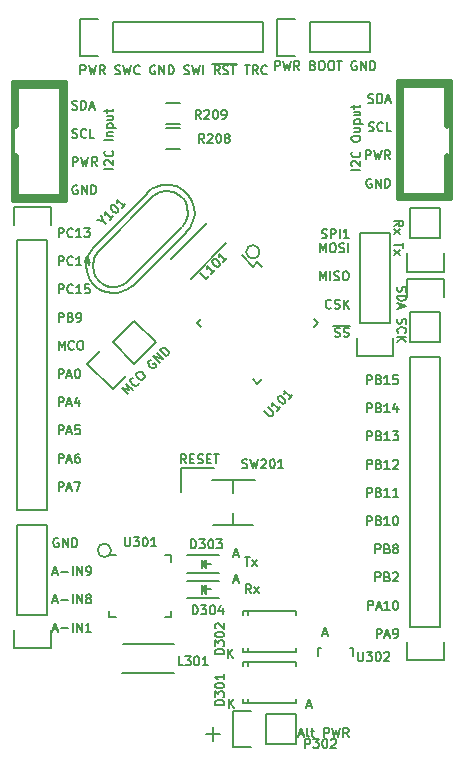
<source format=gbr>
G04 #@! TF.FileFunction,Legend,Top*
%FSLAX46Y46*%
G04 Gerber Fmt 4.6, Leading zero omitted, Abs format (unit mm)*
G04 Created by KiCad (PCBNEW 4.0.1-2.201512121406+6195~38~ubuntu14.04.1-stable) date Sun 27 Dec 2015 07:04:44 PM CET*
%MOMM*%
G01*
G04 APERTURE LIST*
%ADD10C,0.100000*%
%ADD11C,0.127000*%
%ADD12C,0.200000*%
%ADD13C,0.150000*%
%ADD14C,0.500000*%
%ADD15C,0.300000*%
G04 APERTURE END LIST*
D10*
D11*
X97263857Y-125820714D02*
X97009857Y-125457857D01*
X96828429Y-125820714D02*
X96828429Y-125058714D01*
X97118714Y-125058714D01*
X97191286Y-125095000D01*
X97227571Y-125131286D01*
X97263857Y-125203857D01*
X97263857Y-125312714D01*
X97227571Y-125385286D01*
X97191286Y-125421571D01*
X97118714Y-125457857D01*
X96828429Y-125457857D01*
X97517857Y-125820714D02*
X97917000Y-125312714D01*
X97517857Y-125312714D02*
X97917000Y-125820714D01*
X96719571Y-122772714D02*
X97155000Y-122772714D01*
X96937286Y-123534714D02*
X96937286Y-122772714D01*
X97336428Y-123534714D02*
X97735571Y-123026714D01*
X97336428Y-123026714D02*
X97735571Y-123534714D01*
D12*
X97976961Y-96901000D02*
G75*
G03X97976961Y-96901000I-567961J0D01*
G01*
X85403961Y-122174000D02*
G75*
G03X85403961Y-122174000I-567961J0D01*
G01*
D11*
X82804003Y-81878714D02*
X82804003Y-81116714D01*
X83094288Y-81116714D01*
X83166860Y-81153000D01*
X83203145Y-81189286D01*
X83239431Y-81261857D01*
X83239431Y-81370714D01*
X83203145Y-81443286D01*
X83166860Y-81479571D01*
X83094288Y-81515857D01*
X82804003Y-81515857D01*
X83493431Y-81116714D02*
X83674860Y-81878714D01*
X83820003Y-81334429D01*
X83965145Y-81878714D01*
X84146574Y-81116714D01*
X84872288Y-81878714D02*
X84618288Y-81515857D01*
X84436860Y-81878714D02*
X84436860Y-81116714D01*
X84727145Y-81116714D01*
X84799717Y-81153000D01*
X84836002Y-81189286D01*
X84872288Y-81261857D01*
X84872288Y-81370714D01*
X84836002Y-81443286D01*
X84799717Y-81479571D01*
X84727145Y-81515857D01*
X84436860Y-81515857D01*
X85743145Y-81842429D02*
X85852002Y-81878714D01*
X86033431Y-81878714D01*
X86106002Y-81842429D01*
X86142288Y-81806143D01*
X86178573Y-81733571D01*
X86178573Y-81661000D01*
X86142288Y-81588429D01*
X86106002Y-81552143D01*
X86033431Y-81515857D01*
X85888288Y-81479571D01*
X85815716Y-81443286D01*
X85779431Y-81407000D01*
X85743145Y-81334429D01*
X85743145Y-81261857D01*
X85779431Y-81189286D01*
X85815716Y-81153000D01*
X85888288Y-81116714D01*
X86069716Y-81116714D01*
X86178573Y-81153000D01*
X86432573Y-81116714D02*
X86614002Y-81878714D01*
X86759145Y-81334429D01*
X86904287Y-81878714D01*
X87085716Y-81116714D01*
X87811430Y-81806143D02*
X87775144Y-81842429D01*
X87666287Y-81878714D01*
X87593716Y-81878714D01*
X87484859Y-81842429D01*
X87412287Y-81769857D01*
X87376002Y-81697286D01*
X87339716Y-81552143D01*
X87339716Y-81443286D01*
X87376002Y-81298143D01*
X87412287Y-81225571D01*
X87484859Y-81153000D01*
X87593716Y-81116714D01*
X87666287Y-81116714D01*
X87775144Y-81153000D01*
X87811430Y-81189286D01*
X89117715Y-81153000D02*
X89045144Y-81116714D01*
X88936287Y-81116714D01*
X88827430Y-81153000D01*
X88754858Y-81225571D01*
X88718573Y-81298143D01*
X88682287Y-81443286D01*
X88682287Y-81552143D01*
X88718573Y-81697286D01*
X88754858Y-81769857D01*
X88827430Y-81842429D01*
X88936287Y-81878714D01*
X89008858Y-81878714D01*
X89117715Y-81842429D01*
X89154001Y-81806143D01*
X89154001Y-81552143D01*
X89008858Y-81552143D01*
X89480573Y-81878714D02*
X89480573Y-81116714D01*
X89916001Y-81878714D01*
X89916001Y-81116714D01*
X90278859Y-81878714D02*
X90278859Y-81116714D01*
X90460287Y-81116714D01*
X90569144Y-81153000D01*
X90641716Y-81225571D01*
X90678001Y-81298143D01*
X90714287Y-81443286D01*
X90714287Y-81552143D01*
X90678001Y-81697286D01*
X90641716Y-81769857D01*
X90569144Y-81842429D01*
X90460287Y-81878714D01*
X90278859Y-81878714D01*
X91585144Y-81842429D02*
X91694001Y-81878714D01*
X91875430Y-81878714D01*
X91948001Y-81842429D01*
X91984287Y-81806143D01*
X92020572Y-81733571D01*
X92020572Y-81661000D01*
X91984287Y-81588429D01*
X91948001Y-81552143D01*
X91875430Y-81515857D01*
X91730287Y-81479571D01*
X91657715Y-81443286D01*
X91621430Y-81407000D01*
X91585144Y-81334429D01*
X91585144Y-81261857D01*
X91621430Y-81189286D01*
X91657715Y-81153000D01*
X91730287Y-81116714D01*
X91911715Y-81116714D01*
X92020572Y-81153000D01*
X92274572Y-81116714D02*
X92456001Y-81878714D01*
X92601144Y-81334429D01*
X92746286Y-81878714D01*
X92927715Y-81116714D01*
X93218001Y-81878714D02*
X93218001Y-81116714D01*
X94596857Y-81878714D02*
X94342857Y-81515857D01*
X94161429Y-81878714D02*
X94161429Y-81116714D01*
X94451714Y-81116714D01*
X94524286Y-81153000D01*
X94560571Y-81189286D01*
X94596857Y-81261857D01*
X94596857Y-81370714D01*
X94560571Y-81443286D01*
X94524286Y-81479571D01*
X94451714Y-81515857D01*
X94161429Y-81515857D01*
X94887143Y-81842429D02*
X94996000Y-81878714D01*
X95177429Y-81878714D01*
X95250000Y-81842429D01*
X95286286Y-81806143D01*
X95322571Y-81733571D01*
X95322571Y-81661000D01*
X95286286Y-81588429D01*
X95250000Y-81552143D01*
X95177429Y-81515857D01*
X95032286Y-81479571D01*
X94959714Y-81443286D01*
X94923429Y-81407000D01*
X94887143Y-81334429D01*
X94887143Y-81261857D01*
X94923429Y-81189286D01*
X94959714Y-81153000D01*
X95032286Y-81116714D01*
X95213714Y-81116714D01*
X95322571Y-81153000D01*
X95540285Y-81116714D02*
X95975714Y-81116714D01*
X95758000Y-81878714D02*
X95758000Y-81116714D01*
X93980000Y-80985360D02*
X96048285Y-80985360D01*
X96701427Y-81116714D02*
X97136856Y-81116714D01*
X96919142Y-81878714D02*
X96919142Y-81116714D01*
X97826284Y-81878714D02*
X97572284Y-81515857D01*
X97390856Y-81878714D02*
X97390856Y-81116714D01*
X97681141Y-81116714D01*
X97753713Y-81153000D01*
X97789998Y-81189286D01*
X97826284Y-81261857D01*
X97826284Y-81370714D01*
X97789998Y-81443286D01*
X97753713Y-81479571D01*
X97681141Y-81515857D01*
X97390856Y-81515857D01*
X98588284Y-81806143D02*
X98551998Y-81842429D01*
X98443141Y-81878714D01*
X98370570Y-81878714D01*
X98261713Y-81842429D01*
X98189141Y-81769857D01*
X98152856Y-81697286D01*
X98116570Y-81552143D01*
X98116570Y-81443286D01*
X98152856Y-81298143D01*
X98189141Y-81225571D01*
X98261713Y-81153000D01*
X98370570Y-81116714D01*
X98443141Y-81116714D01*
X98551998Y-81153000D01*
X98588284Y-81189286D01*
X109673571Y-99840143D02*
X109637286Y-99949000D01*
X109637286Y-100130429D01*
X109673571Y-100203000D01*
X109709857Y-100239286D01*
X109782429Y-100275571D01*
X109855000Y-100275571D01*
X109927571Y-100239286D01*
X109963857Y-100203000D01*
X110000143Y-100130429D01*
X110036429Y-99985286D01*
X110072714Y-99912714D01*
X110109000Y-99876429D01*
X110181571Y-99840143D01*
X110254143Y-99840143D01*
X110326714Y-99876429D01*
X110363000Y-99912714D01*
X110399286Y-99985286D01*
X110399286Y-100166714D01*
X110363000Y-100275571D01*
X109637286Y-100602143D02*
X110399286Y-100602143D01*
X110399286Y-100783571D01*
X110363000Y-100892428D01*
X110290429Y-100965000D01*
X110217857Y-101001285D01*
X110072714Y-101037571D01*
X109963857Y-101037571D01*
X109818714Y-101001285D01*
X109746143Y-100965000D01*
X109673571Y-100892428D01*
X109637286Y-100783571D01*
X109637286Y-100602143D01*
X109855000Y-101327857D02*
X109855000Y-101690714D01*
X109637286Y-101255285D02*
X110399286Y-101509285D01*
X109637286Y-101763285D01*
X109673571Y-102561571D02*
X109637286Y-102670428D01*
X109637286Y-102851857D01*
X109673571Y-102924428D01*
X109709857Y-102960714D01*
X109782429Y-102996999D01*
X109855000Y-102996999D01*
X109927571Y-102960714D01*
X109963857Y-102924428D01*
X110000143Y-102851857D01*
X110036429Y-102706714D01*
X110072714Y-102634142D01*
X110109000Y-102597857D01*
X110181571Y-102561571D01*
X110254143Y-102561571D01*
X110326714Y-102597857D01*
X110363000Y-102634142D01*
X110399286Y-102706714D01*
X110399286Y-102888142D01*
X110363000Y-102996999D01*
X109709857Y-103758999D02*
X109673571Y-103722713D01*
X109637286Y-103613856D01*
X109637286Y-103541285D01*
X109673571Y-103432428D01*
X109746143Y-103359856D01*
X109818714Y-103323571D01*
X109963857Y-103287285D01*
X110072714Y-103287285D01*
X110217857Y-103323571D01*
X110290429Y-103359856D01*
X110363000Y-103432428D01*
X110399286Y-103541285D01*
X110399286Y-103613856D01*
X110363000Y-103722713D01*
X110326714Y-103758999D01*
X109637286Y-104085571D02*
X110399286Y-104085571D01*
X109637286Y-104520999D02*
X110072714Y-104194428D01*
X110399286Y-104520999D02*
X109963857Y-104085571D01*
X109383286Y-94723857D02*
X109746143Y-94469857D01*
X109383286Y-94288429D02*
X110145286Y-94288429D01*
X110145286Y-94578714D01*
X110109000Y-94651286D01*
X110072714Y-94687571D01*
X110000143Y-94723857D01*
X109891286Y-94723857D01*
X109818714Y-94687571D01*
X109782429Y-94651286D01*
X109746143Y-94578714D01*
X109746143Y-94288429D01*
X109383286Y-94977857D02*
X109891286Y-95377000D01*
X109891286Y-94977857D02*
X109383286Y-95377000D01*
X110145286Y-96138999D02*
X110145286Y-96574428D01*
X109383286Y-96356714D02*
X110145286Y-96356714D01*
X109383286Y-96755856D02*
X109891286Y-97154999D01*
X109891286Y-96755856D02*
X109383286Y-97154999D01*
X86859039Y-108954460D02*
X86320224Y-108415645D01*
X86884697Y-108620908D01*
X86679434Y-108056434D01*
X87218250Y-108595250D01*
X87731407Y-107979462D02*
X87731407Y-108030778D01*
X87680091Y-108133409D01*
X87628775Y-108184724D01*
X87526144Y-108236040D01*
X87423512Y-108236040D01*
X87346539Y-108210382D01*
X87218250Y-108133409D01*
X87141276Y-108056435D01*
X87064302Y-107928145D01*
X87038644Y-107851172D01*
X87038644Y-107748540D01*
X87089960Y-107645909D01*
X87141275Y-107594593D01*
X87243907Y-107543278D01*
X87295223Y-107543278D01*
X87577459Y-107158409D02*
X87680091Y-107055778D01*
X87757065Y-107030120D01*
X87859696Y-107030120D01*
X87987985Y-107107093D01*
X88167591Y-107286698D01*
X88244564Y-107414988D01*
X88244565Y-107517620D01*
X88218906Y-107594593D01*
X88116274Y-107697225D01*
X88039302Y-107722883D01*
X87936670Y-107722882D01*
X87808380Y-107645909D01*
X87628775Y-107466304D01*
X87551802Y-107338014D01*
X87551802Y-107235383D01*
X87577459Y-107158409D01*
X88757721Y-106029463D02*
X88680748Y-106055121D01*
X88603774Y-106132094D01*
X88552459Y-106234726D01*
X88552458Y-106337357D01*
X88578117Y-106414331D01*
X88655091Y-106542621D01*
X88732064Y-106619594D01*
X88860354Y-106696568D01*
X88937327Y-106722226D01*
X89039959Y-106722226D01*
X89142590Y-106670909D01*
X89193905Y-106619594D01*
X89245221Y-106516963D01*
X89245221Y-106465647D01*
X89065616Y-106286042D01*
X88962985Y-106388673D01*
X89527458Y-106286041D02*
X88988643Y-105747226D01*
X89835352Y-105978147D01*
X89296537Y-105439332D01*
X90091931Y-105721568D02*
X89553116Y-105182752D01*
X89681405Y-105054463D01*
X89784037Y-105003148D01*
X89886668Y-105003147D01*
X89963642Y-105028806D01*
X90091931Y-105105780D01*
X90168905Y-105182753D01*
X90245879Y-105311043D01*
X90271537Y-105388016D01*
X90271537Y-105490648D01*
X90220220Y-105593279D01*
X90091931Y-105721568D01*
X80953429Y-95645514D02*
X80953429Y-94883514D01*
X81243714Y-94883514D01*
X81316286Y-94919800D01*
X81352571Y-94956086D01*
X81388857Y-95028657D01*
X81388857Y-95137514D01*
X81352571Y-95210086D01*
X81316286Y-95246371D01*
X81243714Y-95282657D01*
X80953429Y-95282657D01*
X82150857Y-95572943D02*
X82114571Y-95609229D01*
X82005714Y-95645514D01*
X81933143Y-95645514D01*
X81824286Y-95609229D01*
X81751714Y-95536657D01*
X81715429Y-95464086D01*
X81679143Y-95318943D01*
X81679143Y-95210086D01*
X81715429Y-95064943D01*
X81751714Y-94992371D01*
X81824286Y-94919800D01*
X81933143Y-94883514D01*
X82005714Y-94883514D01*
X82114571Y-94919800D01*
X82150857Y-94956086D01*
X82876571Y-95645514D02*
X82441143Y-95645514D01*
X82658857Y-95645514D02*
X82658857Y-94883514D01*
X82586286Y-94992371D01*
X82513714Y-95064943D01*
X82441143Y-95101229D01*
X83130571Y-94883514D02*
X83602285Y-94883514D01*
X83348285Y-95173800D01*
X83457143Y-95173800D01*
X83529714Y-95210086D01*
X83566000Y-95246371D01*
X83602285Y-95318943D01*
X83602285Y-95500371D01*
X83566000Y-95572943D01*
X83529714Y-95609229D01*
X83457143Y-95645514D01*
X83239428Y-95645514D01*
X83166857Y-95609229D01*
X83130571Y-95572943D01*
X80953429Y-98033114D02*
X80953429Y-97271114D01*
X81243714Y-97271114D01*
X81316286Y-97307400D01*
X81352571Y-97343686D01*
X81388857Y-97416257D01*
X81388857Y-97525114D01*
X81352571Y-97597686D01*
X81316286Y-97633971D01*
X81243714Y-97670257D01*
X80953429Y-97670257D01*
X82150857Y-97960543D02*
X82114571Y-97996829D01*
X82005714Y-98033114D01*
X81933143Y-98033114D01*
X81824286Y-97996829D01*
X81751714Y-97924257D01*
X81715429Y-97851686D01*
X81679143Y-97706543D01*
X81679143Y-97597686D01*
X81715429Y-97452543D01*
X81751714Y-97379971D01*
X81824286Y-97307400D01*
X81933143Y-97271114D01*
X82005714Y-97271114D01*
X82114571Y-97307400D01*
X82150857Y-97343686D01*
X82876571Y-98033114D02*
X82441143Y-98033114D01*
X82658857Y-98033114D02*
X82658857Y-97271114D01*
X82586286Y-97379971D01*
X82513714Y-97452543D01*
X82441143Y-97488829D01*
X83529714Y-97525114D02*
X83529714Y-98033114D01*
X83348285Y-97234829D02*
X83166857Y-97779114D01*
X83638571Y-97779114D01*
X80953429Y-100420714D02*
X80953429Y-99658714D01*
X81243714Y-99658714D01*
X81316286Y-99695000D01*
X81352571Y-99731286D01*
X81388857Y-99803857D01*
X81388857Y-99912714D01*
X81352571Y-99985286D01*
X81316286Y-100021571D01*
X81243714Y-100057857D01*
X80953429Y-100057857D01*
X82150857Y-100348143D02*
X82114571Y-100384429D01*
X82005714Y-100420714D01*
X81933143Y-100420714D01*
X81824286Y-100384429D01*
X81751714Y-100311857D01*
X81715429Y-100239286D01*
X81679143Y-100094143D01*
X81679143Y-99985286D01*
X81715429Y-99840143D01*
X81751714Y-99767571D01*
X81824286Y-99695000D01*
X81933143Y-99658714D01*
X82005714Y-99658714D01*
X82114571Y-99695000D01*
X82150857Y-99731286D01*
X82876571Y-100420714D02*
X82441143Y-100420714D01*
X82658857Y-100420714D02*
X82658857Y-99658714D01*
X82586286Y-99767571D01*
X82513714Y-99840143D01*
X82441143Y-99876429D01*
X83566000Y-99658714D02*
X83203143Y-99658714D01*
X83166857Y-100021571D01*
X83203143Y-99985286D01*
X83275714Y-99949000D01*
X83457143Y-99949000D01*
X83529714Y-99985286D01*
X83566000Y-100021571D01*
X83602285Y-100094143D01*
X83602285Y-100275571D01*
X83566000Y-100348143D01*
X83529714Y-100384429D01*
X83457143Y-100420714D01*
X83275714Y-100420714D01*
X83203143Y-100384429D01*
X83166857Y-100348143D01*
X80953429Y-102808314D02*
X80953429Y-102046314D01*
X81243714Y-102046314D01*
X81316286Y-102082600D01*
X81352571Y-102118886D01*
X81388857Y-102191457D01*
X81388857Y-102300314D01*
X81352571Y-102372886D01*
X81316286Y-102409171D01*
X81243714Y-102445457D01*
X80953429Y-102445457D01*
X81969429Y-102409171D02*
X82078286Y-102445457D01*
X82114571Y-102481743D01*
X82150857Y-102554314D01*
X82150857Y-102663171D01*
X82114571Y-102735743D01*
X82078286Y-102772029D01*
X82005714Y-102808314D01*
X81715429Y-102808314D01*
X81715429Y-102046314D01*
X81969429Y-102046314D01*
X82042000Y-102082600D01*
X82078286Y-102118886D01*
X82114571Y-102191457D01*
X82114571Y-102264029D01*
X82078286Y-102336600D01*
X82042000Y-102372886D01*
X81969429Y-102409171D01*
X81715429Y-102409171D01*
X82513714Y-102808314D02*
X82658857Y-102808314D01*
X82731429Y-102772029D01*
X82767714Y-102735743D01*
X82840286Y-102626886D01*
X82876571Y-102481743D01*
X82876571Y-102191457D01*
X82840286Y-102118886D01*
X82804000Y-102082600D01*
X82731429Y-102046314D01*
X82586286Y-102046314D01*
X82513714Y-102082600D01*
X82477429Y-102118886D01*
X82441143Y-102191457D01*
X82441143Y-102372886D01*
X82477429Y-102445457D01*
X82513714Y-102481743D01*
X82586286Y-102518029D01*
X82731429Y-102518029D01*
X82804000Y-102481743D01*
X82840286Y-102445457D01*
X82876571Y-102372886D01*
X80953429Y-105195914D02*
X80953429Y-104433914D01*
X81207429Y-104978200D01*
X81461429Y-104433914D01*
X81461429Y-105195914D01*
X82259714Y-105123343D02*
X82223428Y-105159629D01*
X82114571Y-105195914D01*
X82042000Y-105195914D01*
X81933143Y-105159629D01*
X81860571Y-105087057D01*
X81824286Y-105014486D01*
X81788000Y-104869343D01*
X81788000Y-104760486D01*
X81824286Y-104615343D01*
X81860571Y-104542771D01*
X81933143Y-104470200D01*
X82042000Y-104433914D01*
X82114571Y-104433914D01*
X82223428Y-104470200D01*
X82259714Y-104506486D01*
X82731428Y-104433914D02*
X82876571Y-104433914D01*
X82949143Y-104470200D01*
X83021714Y-104542771D01*
X83058000Y-104687914D01*
X83058000Y-104941914D01*
X83021714Y-105087057D01*
X82949143Y-105159629D01*
X82876571Y-105195914D01*
X82731428Y-105195914D01*
X82658857Y-105159629D01*
X82586286Y-105087057D01*
X82550000Y-104941914D01*
X82550000Y-104687914D01*
X82586286Y-104542771D01*
X82658857Y-104470200D01*
X82731428Y-104433914D01*
X80953429Y-107583514D02*
X80953429Y-106821514D01*
X81243714Y-106821514D01*
X81316286Y-106857800D01*
X81352571Y-106894086D01*
X81388857Y-106966657D01*
X81388857Y-107075514D01*
X81352571Y-107148086D01*
X81316286Y-107184371D01*
X81243714Y-107220657D01*
X80953429Y-107220657D01*
X81679143Y-107365800D02*
X82042000Y-107365800D01*
X81606571Y-107583514D02*
X81860571Y-106821514D01*
X82114571Y-107583514D01*
X82513714Y-106821514D02*
X82586286Y-106821514D01*
X82658857Y-106857800D01*
X82695143Y-106894086D01*
X82731429Y-106966657D01*
X82767714Y-107111800D01*
X82767714Y-107293229D01*
X82731429Y-107438371D01*
X82695143Y-107510943D01*
X82658857Y-107547229D01*
X82586286Y-107583514D01*
X82513714Y-107583514D01*
X82441143Y-107547229D01*
X82404857Y-107510943D01*
X82368572Y-107438371D01*
X82332286Y-107293229D01*
X82332286Y-107111800D01*
X82368572Y-106966657D01*
X82404857Y-106894086D01*
X82441143Y-106857800D01*
X82513714Y-106821514D01*
X80953429Y-109971114D02*
X80953429Y-109209114D01*
X81243714Y-109209114D01*
X81316286Y-109245400D01*
X81352571Y-109281686D01*
X81388857Y-109354257D01*
X81388857Y-109463114D01*
X81352571Y-109535686D01*
X81316286Y-109571971D01*
X81243714Y-109608257D01*
X80953429Y-109608257D01*
X81679143Y-109753400D02*
X82042000Y-109753400D01*
X81606571Y-109971114D02*
X81860571Y-109209114D01*
X82114571Y-109971114D01*
X82695143Y-109463114D02*
X82695143Y-109971114D01*
X82513714Y-109172829D02*
X82332286Y-109717114D01*
X82804000Y-109717114D01*
X80953429Y-112358714D02*
X80953429Y-111596714D01*
X81243714Y-111596714D01*
X81316286Y-111633000D01*
X81352571Y-111669286D01*
X81388857Y-111741857D01*
X81388857Y-111850714D01*
X81352571Y-111923286D01*
X81316286Y-111959571D01*
X81243714Y-111995857D01*
X80953429Y-111995857D01*
X81679143Y-112141000D02*
X82042000Y-112141000D01*
X81606571Y-112358714D02*
X81860571Y-111596714D01*
X82114571Y-112358714D01*
X82731429Y-111596714D02*
X82368572Y-111596714D01*
X82332286Y-111959571D01*
X82368572Y-111923286D01*
X82441143Y-111887000D01*
X82622572Y-111887000D01*
X82695143Y-111923286D01*
X82731429Y-111959571D01*
X82767714Y-112032143D01*
X82767714Y-112213571D01*
X82731429Y-112286143D01*
X82695143Y-112322429D01*
X82622572Y-112358714D01*
X82441143Y-112358714D01*
X82368572Y-112322429D01*
X82332286Y-112286143D01*
X80953429Y-114746314D02*
X80953429Y-113984314D01*
X81243714Y-113984314D01*
X81316286Y-114020600D01*
X81352571Y-114056886D01*
X81388857Y-114129457D01*
X81388857Y-114238314D01*
X81352571Y-114310886D01*
X81316286Y-114347171D01*
X81243714Y-114383457D01*
X80953429Y-114383457D01*
X81679143Y-114528600D02*
X82042000Y-114528600D01*
X81606571Y-114746314D02*
X81860571Y-113984314D01*
X82114571Y-114746314D01*
X82695143Y-113984314D02*
X82550000Y-113984314D01*
X82477429Y-114020600D01*
X82441143Y-114056886D01*
X82368572Y-114165743D01*
X82332286Y-114310886D01*
X82332286Y-114601171D01*
X82368572Y-114673743D01*
X82404857Y-114710029D01*
X82477429Y-114746314D01*
X82622572Y-114746314D01*
X82695143Y-114710029D01*
X82731429Y-114673743D01*
X82767714Y-114601171D01*
X82767714Y-114419743D01*
X82731429Y-114347171D01*
X82695143Y-114310886D01*
X82622572Y-114274600D01*
X82477429Y-114274600D01*
X82404857Y-114310886D01*
X82368572Y-114347171D01*
X82332286Y-114419743D01*
X80953429Y-117133914D02*
X80953429Y-116371914D01*
X81243714Y-116371914D01*
X81316286Y-116408200D01*
X81352571Y-116444486D01*
X81388857Y-116517057D01*
X81388857Y-116625914D01*
X81352571Y-116698486D01*
X81316286Y-116734771D01*
X81243714Y-116771057D01*
X80953429Y-116771057D01*
X81679143Y-116916200D02*
X82042000Y-116916200D01*
X81606571Y-117133914D02*
X81860571Y-116371914D01*
X82114571Y-117133914D01*
X82296000Y-116371914D02*
X82804000Y-116371914D01*
X82477429Y-117133914D01*
X107061001Y-108091514D02*
X107061001Y-107329514D01*
X107351286Y-107329514D01*
X107423858Y-107365800D01*
X107460143Y-107402086D01*
X107496429Y-107474657D01*
X107496429Y-107583514D01*
X107460143Y-107656086D01*
X107423858Y-107692371D01*
X107351286Y-107728657D01*
X107061001Y-107728657D01*
X108077001Y-107692371D02*
X108185858Y-107728657D01*
X108222143Y-107764943D01*
X108258429Y-107837514D01*
X108258429Y-107946371D01*
X108222143Y-108018943D01*
X108185858Y-108055229D01*
X108113286Y-108091514D01*
X107823001Y-108091514D01*
X107823001Y-107329514D01*
X108077001Y-107329514D01*
X108149572Y-107365800D01*
X108185858Y-107402086D01*
X108222143Y-107474657D01*
X108222143Y-107547229D01*
X108185858Y-107619800D01*
X108149572Y-107656086D01*
X108077001Y-107692371D01*
X107823001Y-107692371D01*
X108984143Y-108091514D02*
X108548715Y-108091514D01*
X108766429Y-108091514D02*
X108766429Y-107329514D01*
X108693858Y-107438371D01*
X108621286Y-107510943D01*
X108548715Y-107547229D01*
X109673572Y-107329514D02*
X109310715Y-107329514D01*
X109274429Y-107692371D01*
X109310715Y-107656086D01*
X109383286Y-107619800D01*
X109564715Y-107619800D01*
X109637286Y-107656086D01*
X109673572Y-107692371D01*
X109709857Y-107764943D01*
X109709857Y-107946371D01*
X109673572Y-108018943D01*
X109637286Y-108055229D01*
X109564715Y-108091514D01*
X109383286Y-108091514D01*
X109310715Y-108055229D01*
X109274429Y-108018943D01*
X107061001Y-110479114D02*
X107061001Y-109717114D01*
X107351286Y-109717114D01*
X107423858Y-109753400D01*
X107460143Y-109789686D01*
X107496429Y-109862257D01*
X107496429Y-109971114D01*
X107460143Y-110043686D01*
X107423858Y-110079971D01*
X107351286Y-110116257D01*
X107061001Y-110116257D01*
X108077001Y-110079971D02*
X108185858Y-110116257D01*
X108222143Y-110152543D01*
X108258429Y-110225114D01*
X108258429Y-110333971D01*
X108222143Y-110406543D01*
X108185858Y-110442829D01*
X108113286Y-110479114D01*
X107823001Y-110479114D01*
X107823001Y-109717114D01*
X108077001Y-109717114D01*
X108149572Y-109753400D01*
X108185858Y-109789686D01*
X108222143Y-109862257D01*
X108222143Y-109934829D01*
X108185858Y-110007400D01*
X108149572Y-110043686D01*
X108077001Y-110079971D01*
X107823001Y-110079971D01*
X108984143Y-110479114D02*
X108548715Y-110479114D01*
X108766429Y-110479114D02*
X108766429Y-109717114D01*
X108693858Y-109825971D01*
X108621286Y-109898543D01*
X108548715Y-109934829D01*
X109637286Y-109971114D02*
X109637286Y-110479114D01*
X109455857Y-109680829D02*
X109274429Y-110225114D01*
X109746143Y-110225114D01*
X107061001Y-112866714D02*
X107061001Y-112104714D01*
X107351286Y-112104714D01*
X107423858Y-112141000D01*
X107460143Y-112177286D01*
X107496429Y-112249857D01*
X107496429Y-112358714D01*
X107460143Y-112431286D01*
X107423858Y-112467571D01*
X107351286Y-112503857D01*
X107061001Y-112503857D01*
X108077001Y-112467571D02*
X108185858Y-112503857D01*
X108222143Y-112540143D01*
X108258429Y-112612714D01*
X108258429Y-112721571D01*
X108222143Y-112794143D01*
X108185858Y-112830429D01*
X108113286Y-112866714D01*
X107823001Y-112866714D01*
X107823001Y-112104714D01*
X108077001Y-112104714D01*
X108149572Y-112141000D01*
X108185858Y-112177286D01*
X108222143Y-112249857D01*
X108222143Y-112322429D01*
X108185858Y-112395000D01*
X108149572Y-112431286D01*
X108077001Y-112467571D01*
X107823001Y-112467571D01*
X108984143Y-112866714D02*
X108548715Y-112866714D01*
X108766429Y-112866714D02*
X108766429Y-112104714D01*
X108693858Y-112213571D01*
X108621286Y-112286143D01*
X108548715Y-112322429D01*
X109238143Y-112104714D02*
X109709857Y-112104714D01*
X109455857Y-112395000D01*
X109564715Y-112395000D01*
X109637286Y-112431286D01*
X109673572Y-112467571D01*
X109709857Y-112540143D01*
X109709857Y-112721571D01*
X109673572Y-112794143D01*
X109637286Y-112830429D01*
X109564715Y-112866714D01*
X109347000Y-112866714D01*
X109274429Y-112830429D01*
X109238143Y-112794143D01*
X107061001Y-115254314D02*
X107061001Y-114492314D01*
X107351286Y-114492314D01*
X107423858Y-114528600D01*
X107460143Y-114564886D01*
X107496429Y-114637457D01*
X107496429Y-114746314D01*
X107460143Y-114818886D01*
X107423858Y-114855171D01*
X107351286Y-114891457D01*
X107061001Y-114891457D01*
X108077001Y-114855171D02*
X108185858Y-114891457D01*
X108222143Y-114927743D01*
X108258429Y-115000314D01*
X108258429Y-115109171D01*
X108222143Y-115181743D01*
X108185858Y-115218029D01*
X108113286Y-115254314D01*
X107823001Y-115254314D01*
X107823001Y-114492314D01*
X108077001Y-114492314D01*
X108149572Y-114528600D01*
X108185858Y-114564886D01*
X108222143Y-114637457D01*
X108222143Y-114710029D01*
X108185858Y-114782600D01*
X108149572Y-114818886D01*
X108077001Y-114855171D01*
X107823001Y-114855171D01*
X108984143Y-115254314D02*
X108548715Y-115254314D01*
X108766429Y-115254314D02*
X108766429Y-114492314D01*
X108693858Y-114601171D01*
X108621286Y-114673743D01*
X108548715Y-114710029D01*
X109274429Y-114564886D02*
X109310715Y-114528600D01*
X109383286Y-114492314D01*
X109564715Y-114492314D01*
X109637286Y-114528600D01*
X109673572Y-114564886D01*
X109709857Y-114637457D01*
X109709857Y-114710029D01*
X109673572Y-114818886D01*
X109238143Y-115254314D01*
X109709857Y-115254314D01*
X107061001Y-117641914D02*
X107061001Y-116879914D01*
X107351286Y-116879914D01*
X107423858Y-116916200D01*
X107460143Y-116952486D01*
X107496429Y-117025057D01*
X107496429Y-117133914D01*
X107460143Y-117206486D01*
X107423858Y-117242771D01*
X107351286Y-117279057D01*
X107061001Y-117279057D01*
X108077001Y-117242771D02*
X108185858Y-117279057D01*
X108222143Y-117315343D01*
X108258429Y-117387914D01*
X108258429Y-117496771D01*
X108222143Y-117569343D01*
X108185858Y-117605629D01*
X108113286Y-117641914D01*
X107823001Y-117641914D01*
X107823001Y-116879914D01*
X108077001Y-116879914D01*
X108149572Y-116916200D01*
X108185858Y-116952486D01*
X108222143Y-117025057D01*
X108222143Y-117097629D01*
X108185858Y-117170200D01*
X108149572Y-117206486D01*
X108077001Y-117242771D01*
X107823001Y-117242771D01*
X108984143Y-117641914D02*
X108548715Y-117641914D01*
X108766429Y-117641914D02*
X108766429Y-116879914D01*
X108693858Y-116988771D01*
X108621286Y-117061343D01*
X108548715Y-117097629D01*
X109709857Y-117641914D02*
X109274429Y-117641914D01*
X109492143Y-117641914D02*
X109492143Y-116879914D01*
X109419572Y-116988771D01*
X109347000Y-117061343D01*
X109274429Y-117097629D01*
X107061001Y-120029514D02*
X107061001Y-119267514D01*
X107351286Y-119267514D01*
X107423858Y-119303800D01*
X107460143Y-119340086D01*
X107496429Y-119412657D01*
X107496429Y-119521514D01*
X107460143Y-119594086D01*
X107423858Y-119630371D01*
X107351286Y-119666657D01*
X107061001Y-119666657D01*
X108077001Y-119630371D02*
X108185858Y-119666657D01*
X108222143Y-119702943D01*
X108258429Y-119775514D01*
X108258429Y-119884371D01*
X108222143Y-119956943D01*
X108185858Y-119993229D01*
X108113286Y-120029514D01*
X107823001Y-120029514D01*
X107823001Y-119267514D01*
X108077001Y-119267514D01*
X108149572Y-119303800D01*
X108185858Y-119340086D01*
X108222143Y-119412657D01*
X108222143Y-119485229D01*
X108185858Y-119557800D01*
X108149572Y-119594086D01*
X108077001Y-119630371D01*
X107823001Y-119630371D01*
X108984143Y-120029514D02*
X108548715Y-120029514D01*
X108766429Y-120029514D02*
X108766429Y-119267514D01*
X108693858Y-119376371D01*
X108621286Y-119448943D01*
X108548715Y-119485229D01*
X109455857Y-119267514D02*
X109528429Y-119267514D01*
X109601000Y-119303800D01*
X109637286Y-119340086D01*
X109673572Y-119412657D01*
X109709857Y-119557800D01*
X109709857Y-119739229D01*
X109673572Y-119884371D01*
X109637286Y-119956943D01*
X109601000Y-119993229D01*
X109528429Y-120029514D01*
X109455857Y-120029514D01*
X109383286Y-119993229D01*
X109347000Y-119956943D01*
X109310715Y-119884371D01*
X109274429Y-119739229D01*
X109274429Y-119557800D01*
X109310715Y-119412657D01*
X109347000Y-119340086D01*
X109383286Y-119303800D01*
X109455857Y-119267514D01*
X107786715Y-122417114D02*
X107786715Y-121655114D01*
X108077000Y-121655114D01*
X108149572Y-121691400D01*
X108185857Y-121727686D01*
X108222143Y-121800257D01*
X108222143Y-121909114D01*
X108185857Y-121981686D01*
X108149572Y-122017971D01*
X108077000Y-122054257D01*
X107786715Y-122054257D01*
X108802715Y-122017971D02*
X108911572Y-122054257D01*
X108947857Y-122090543D01*
X108984143Y-122163114D01*
X108984143Y-122271971D01*
X108947857Y-122344543D01*
X108911572Y-122380829D01*
X108839000Y-122417114D01*
X108548715Y-122417114D01*
X108548715Y-121655114D01*
X108802715Y-121655114D01*
X108875286Y-121691400D01*
X108911572Y-121727686D01*
X108947857Y-121800257D01*
X108947857Y-121872829D01*
X108911572Y-121945400D01*
X108875286Y-121981686D01*
X108802715Y-122017971D01*
X108548715Y-122017971D01*
X109419572Y-121981686D02*
X109347000Y-121945400D01*
X109310715Y-121909114D01*
X109274429Y-121836543D01*
X109274429Y-121800257D01*
X109310715Y-121727686D01*
X109347000Y-121691400D01*
X109419572Y-121655114D01*
X109564715Y-121655114D01*
X109637286Y-121691400D01*
X109673572Y-121727686D01*
X109709857Y-121800257D01*
X109709857Y-121836543D01*
X109673572Y-121909114D01*
X109637286Y-121945400D01*
X109564715Y-121981686D01*
X109419572Y-121981686D01*
X109347000Y-122017971D01*
X109310715Y-122054257D01*
X109274429Y-122126829D01*
X109274429Y-122271971D01*
X109310715Y-122344543D01*
X109347000Y-122380829D01*
X109419572Y-122417114D01*
X109564715Y-122417114D01*
X109637286Y-122380829D01*
X109673572Y-122344543D01*
X109709857Y-122271971D01*
X109709857Y-122126829D01*
X109673572Y-122054257D01*
X109637286Y-122017971D01*
X109564715Y-121981686D01*
X107786715Y-124804714D02*
X107786715Y-124042714D01*
X108077000Y-124042714D01*
X108149572Y-124079000D01*
X108185857Y-124115286D01*
X108222143Y-124187857D01*
X108222143Y-124296714D01*
X108185857Y-124369286D01*
X108149572Y-124405571D01*
X108077000Y-124441857D01*
X107786715Y-124441857D01*
X108802715Y-124405571D02*
X108911572Y-124441857D01*
X108947857Y-124478143D01*
X108984143Y-124550714D01*
X108984143Y-124659571D01*
X108947857Y-124732143D01*
X108911572Y-124768429D01*
X108839000Y-124804714D01*
X108548715Y-124804714D01*
X108548715Y-124042714D01*
X108802715Y-124042714D01*
X108875286Y-124079000D01*
X108911572Y-124115286D01*
X108947857Y-124187857D01*
X108947857Y-124260429D01*
X108911572Y-124333000D01*
X108875286Y-124369286D01*
X108802715Y-124405571D01*
X108548715Y-124405571D01*
X109274429Y-124115286D02*
X109310715Y-124079000D01*
X109383286Y-124042714D01*
X109564715Y-124042714D01*
X109637286Y-124079000D01*
X109673572Y-124115286D01*
X109709857Y-124187857D01*
X109709857Y-124260429D01*
X109673572Y-124369286D01*
X109238143Y-124804714D01*
X109709857Y-124804714D01*
X107169858Y-127192314D02*
X107169858Y-126430314D01*
X107460143Y-126430314D01*
X107532715Y-126466600D01*
X107569000Y-126502886D01*
X107605286Y-126575457D01*
X107605286Y-126684314D01*
X107569000Y-126756886D01*
X107532715Y-126793171D01*
X107460143Y-126829457D01*
X107169858Y-126829457D01*
X107895572Y-126974600D02*
X108258429Y-126974600D01*
X107823000Y-127192314D02*
X108077000Y-126430314D01*
X108331000Y-127192314D01*
X108984143Y-127192314D02*
X108548715Y-127192314D01*
X108766429Y-127192314D02*
X108766429Y-126430314D01*
X108693858Y-126539171D01*
X108621286Y-126611743D01*
X108548715Y-126648029D01*
X109455857Y-126430314D02*
X109528429Y-126430314D01*
X109601000Y-126466600D01*
X109637286Y-126502886D01*
X109673572Y-126575457D01*
X109709857Y-126720600D01*
X109709857Y-126902029D01*
X109673572Y-127047171D01*
X109637286Y-127119743D01*
X109601000Y-127156029D01*
X109528429Y-127192314D01*
X109455857Y-127192314D01*
X109383286Y-127156029D01*
X109347000Y-127119743D01*
X109310715Y-127047171D01*
X109274429Y-126902029D01*
X109274429Y-126720600D01*
X109310715Y-126575457D01*
X109347000Y-126502886D01*
X109383286Y-126466600D01*
X109455857Y-126430314D01*
X107895572Y-129579914D02*
X107895572Y-128817914D01*
X108185857Y-128817914D01*
X108258429Y-128854200D01*
X108294714Y-128890486D01*
X108331000Y-128963057D01*
X108331000Y-129071914D01*
X108294714Y-129144486D01*
X108258429Y-129180771D01*
X108185857Y-129217057D01*
X107895572Y-129217057D01*
X108621286Y-129362200D02*
X108984143Y-129362200D01*
X108548714Y-129579914D02*
X108802714Y-128817914D01*
X109056714Y-129579914D01*
X109347000Y-129579914D02*
X109492143Y-129579914D01*
X109564715Y-129543629D01*
X109601000Y-129507343D01*
X109673572Y-129398486D01*
X109709857Y-129253343D01*
X109709857Y-128963057D01*
X109673572Y-128890486D01*
X109637286Y-128854200D01*
X109564715Y-128817914D01*
X109419572Y-128817914D01*
X109347000Y-128854200D01*
X109310715Y-128890486D01*
X109274429Y-128963057D01*
X109274429Y-129144486D01*
X109310715Y-129217057D01*
X109347000Y-129253343D01*
X109419572Y-129289629D01*
X109564715Y-129289629D01*
X109637286Y-129253343D01*
X109673572Y-129217057D01*
X109709857Y-129144486D01*
X95776143Y-124714000D02*
X96139000Y-124714000D01*
X95703571Y-124931714D02*
X95957571Y-124169714D01*
X96211571Y-124931714D01*
X95776143Y-122555000D02*
X96139000Y-122555000D01*
X95703571Y-122772714D02*
X95957571Y-122010714D01*
X96211571Y-122772714D01*
X80946171Y-121158000D02*
X80873600Y-121121714D01*
X80764743Y-121121714D01*
X80655886Y-121158000D01*
X80583314Y-121230571D01*
X80547029Y-121303143D01*
X80510743Y-121448286D01*
X80510743Y-121557143D01*
X80547029Y-121702286D01*
X80583314Y-121774857D01*
X80655886Y-121847429D01*
X80764743Y-121883714D01*
X80837314Y-121883714D01*
X80946171Y-121847429D01*
X80982457Y-121811143D01*
X80982457Y-121557143D01*
X80837314Y-121557143D01*
X81309029Y-121883714D02*
X81309029Y-121121714D01*
X81744457Y-121883714D01*
X81744457Y-121121714D01*
X82107315Y-121883714D02*
X82107315Y-121121714D01*
X82288743Y-121121714D01*
X82397600Y-121158000D01*
X82470172Y-121230571D01*
X82506457Y-121303143D01*
X82542743Y-121448286D01*
X82542743Y-121557143D01*
X82506457Y-121702286D01*
X82470172Y-121774857D01*
X82397600Y-121847429D01*
X82288743Y-121883714D01*
X82107315Y-121883714D01*
X80510743Y-124053600D02*
X80873600Y-124053600D01*
X80438171Y-124271314D02*
X80692171Y-123509314D01*
X80946171Y-124271314D01*
X81200172Y-123981029D02*
X81780743Y-123981029D01*
X82143601Y-124271314D02*
X82143601Y-123509314D01*
X82506458Y-124271314D02*
X82506458Y-123509314D01*
X82941886Y-124271314D01*
X82941886Y-123509314D01*
X83341029Y-124271314D02*
X83486172Y-124271314D01*
X83558744Y-124235029D01*
X83595029Y-124198743D01*
X83667601Y-124089886D01*
X83703886Y-123944743D01*
X83703886Y-123654457D01*
X83667601Y-123581886D01*
X83631315Y-123545600D01*
X83558744Y-123509314D01*
X83413601Y-123509314D01*
X83341029Y-123545600D01*
X83304744Y-123581886D01*
X83268458Y-123654457D01*
X83268458Y-123835886D01*
X83304744Y-123908457D01*
X83341029Y-123944743D01*
X83413601Y-123981029D01*
X83558744Y-123981029D01*
X83631315Y-123944743D01*
X83667601Y-123908457D01*
X83703886Y-123835886D01*
X80510743Y-126441200D02*
X80873600Y-126441200D01*
X80438171Y-126658914D02*
X80692171Y-125896914D01*
X80946171Y-126658914D01*
X81200172Y-126368629D02*
X81780743Y-126368629D01*
X82143601Y-126658914D02*
X82143601Y-125896914D01*
X82506458Y-126658914D02*
X82506458Y-125896914D01*
X82941886Y-126658914D01*
X82941886Y-125896914D01*
X83413601Y-126223486D02*
X83341029Y-126187200D01*
X83304744Y-126150914D01*
X83268458Y-126078343D01*
X83268458Y-126042057D01*
X83304744Y-125969486D01*
X83341029Y-125933200D01*
X83413601Y-125896914D01*
X83558744Y-125896914D01*
X83631315Y-125933200D01*
X83667601Y-125969486D01*
X83703886Y-126042057D01*
X83703886Y-126078343D01*
X83667601Y-126150914D01*
X83631315Y-126187200D01*
X83558744Y-126223486D01*
X83413601Y-126223486D01*
X83341029Y-126259771D01*
X83304744Y-126296057D01*
X83268458Y-126368629D01*
X83268458Y-126513771D01*
X83304744Y-126586343D01*
X83341029Y-126622629D01*
X83413601Y-126658914D01*
X83558744Y-126658914D01*
X83631315Y-126622629D01*
X83667601Y-126586343D01*
X83703886Y-126513771D01*
X83703886Y-126368629D01*
X83667601Y-126296057D01*
X83631315Y-126259771D01*
X83558744Y-126223486D01*
X80510743Y-128828800D02*
X80873600Y-128828800D01*
X80438171Y-129046514D02*
X80692171Y-128284514D01*
X80946171Y-129046514D01*
X81200172Y-128756229D02*
X81780743Y-128756229D01*
X82143601Y-129046514D02*
X82143601Y-128284514D01*
X82506458Y-129046514D02*
X82506458Y-128284514D01*
X82941886Y-129046514D01*
X82941886Y-128284514D01*
X83703886Y-129046514D02*
X83268458Y-129046514D01*
X83486172Y-129046514D02*
X83486172Y-128284514D01*
X83413601Y-128393371D01*
X83341029Y-128465943D01*
X83268458Y-128502229D01*
X91755686Y-114797114D02*
X91501686Y-114434257D01*
X91320258Y-114797114D02*
X91320258Y-114035114D01*
X91610543Y-114035114D01*
X91683115Y-114071400D01*
X91719400Y-114107686D01*
X91755686Y-114180257D01*
X91755686Y-114289114D01*
X91719400Y-114361686D01*
X91683115Y-114397971D01*
X91610543Y-114434257D01*
X91320258Y-114434257D01*
X92082258Y-114397971D02*
X92336258Y-114397971D01*
X92445115Y-114797114D02*
X92082258Y-114797114D01*
X92082258Y-114035114D01*
X92445115Y-114035114D01*
X92735401Y-114760829D02*
X92844258Y-114797114D01*
X93025687Y-114797114D01*
X93098258Y-114760829D01*
X93134544Y-114724543D01*
X93170829Y-114651971D01*
X93170829Y-114579400D01*
X93134544Y-114506829D01*
X93098258Y-114470543D01*
X93025687Y-114434257D01*
X92880544Y-114397971D01*
X92807972Y-114361686D01*
X92771687Y-114325400D01*
X92735401Y-114252829D01*
X92735401Y-114180257D01*
X92771687Y-114107686D01*
X92807972Y-114071400D01*
X92880544Y-114035114D01*
X93061972Y-114035114D01*
X93170829Y-114071400D01*
X93497401Y-114397971D02*
X93751401Y-114397971D01*
X93860258Y-114797114D02*
X93497401Y-114797114D01*
X93497401Y-114035114D01*
X93860258Y-114035114D01*
X94077972Y-114035114D02*
X94513401Y-114035114D01*
X94295687Y-114797114D02*
X94295687Y-114035114D01*
X103232858Y-95698129D02*
X103341715Y-95734414D01*
X103523144Y-95734414D01*
X103595715Y-95698129D01*
X103632001Y-95661843D01*
X103668286Y-95589271D01*
X103668286Y-95516700D01*
X103632001Y-95444129D01*
X103595715Y-95407843D01*
X103523144Y-95371557D01*
X103378001Y-95335271D01*
X103305429Y-95298986D01*
X103269144Y-95262700D01*
X103232858Y-95190129D01*
X103232858Y-95117557D01*
X103269144Y-95044986D01*
X103305429Y-95008700D01*
X103378001Y-94972414D01*
X103559429Y-94972414D01*
X103668286Y-95008700D01*
X103994858Y-95734414D02*
X103994858Y-94972414D01*
X104285143Y-94972414D01*
X104357715Y-95008700D01*
X104394000Y-95044986D01*
X104430286Y-95117557D01*
X104430286Y-95226414D01*
X104394000Y-95298986D01*
X104357715Y-95335271D01*
X104285143Y-95371557D01*
X103994858Y-95371557D01*
X104756858Y-95734414D02*
X104756858Y-94972414D01*
X105518857Y-95734414D02*
X105083429Y-95734414D01*
X105301143Y-95734414D02*
X105301143Y-94972414D01*
X105228572Y-95081271D01*
X105156000Y-95153843D01*
X105083429Y-95190129D01*
X103087715Y-96928214D02*
X103087715Y-96166214D01*
X103341715Y-96710500D01*
X103595715Y-96166214D01*
X103595715Y-96928214D01*
X104103714Y-96166214D02*
X104248857Y-96166214D01*
X104321429Y-96202500D01*
X104394000Y-96275071D01*
X104430286Y-96420214D01*
X104430286Y-96674214D01*
X104394000Y-96819357D01*
X104321429Y-96891929D01*
X104248857Y-96928214D01*
X104103714Y-96928214D01*
X104031143Y-96891929D01*
X103958572Y-96819357D01*
X103922286Y-96674214D01*
X103922286Y-96420214D01*
X103958572Y-96275071D01*
X104031143Y-96202500D01*
X104103714Y-96166214D01*
X104720572Y-96891929D02*
X104829429Y-96928214D01*
X105010858Y-96928214D01*
X105083429Y-96891929D01*
X105119715Y-96855643D01*
X105156000Y-96783071D01*
X105156000Y-96710500D01*
X105119715Y-96637929D01*
X105083429Y-96601643D01*
X105010858Y-96565357D01*
X104865715Y-96529071D01*
X104793143Y-96492786D01*
X104756858Y-96456500D01*
X104720572Y-96383929D01*
X104720572Y-96311357D01*
X104756858Y-96238786D01*
X104793143Y-96202500D01*
X104865715Y-96166214D01*
X105047143Y-96166214D01*
X105156000Y-96202500D01*
X105482572Y-96928214D02*
X105482572Y-96166214D01*
X103087715Y-99315814D02*
X103087715Y-98553814D01*
X103341715Y-99098100D01*
X103595715Y-98553814D01*
X103595715Y-99315814D01*
X103958572Y-99315814D02*
X103958572Y-98553814D01*
X104285143Y-99279529D02*
X104394000Y-99315814D01*
X104575429Y-99315814D01*
X104648000Y-99279529D01*
X104684286Y-99243243D01*
X104720571Y-99170671D01*
X104720571Y-99098100D01*
X104684286Y-99025529D01*
X104648000Y-98989243D01*
X104575429Y-98952957D01*
X104430286Y-98916671D01*
X104357714Y-98880386D01*
X104321429Y-98844100D01*
X104285143Y-98771529D01*
X104285143Y-98698957D01*
X104321429Y-98626386D01*
X104357714Y-98590100D01*
X104430286Y-98553814D01*
X104611714Y-98553814D01*
X104720571Y-98590100D01*
X105192285Y-98553814D02*
X105337428Y-98553814D01*
X105410000Y-98590100D01*
X105482571Y-98662671D01*
X105518857Y-98807814D01*
X105518857Y-99061814D01*
X105482571Y-99206957D01*
X105410000Y-99279529D01*
X105337428Y-99315814D01*
X105192285Y-99315814D01*
X105119714Y-99279529D01*
X105047143Y-99206957D01*
X105010857Y-99061814D01*
X105010857Y-98807814D01*
X105047143Y-98662671D01*
X105119714Y-98590100D01*
X105192285Y-98553814D01*
X104031143Y-101630843D02*
X103994857Y-101667129D01*
X103886000Y-101703414D01*
X103813429Y-101703414D01*
X103704572Y-101667129D01*
X103632000Y-101594557D01*
X103595715Y-101521986D01*
X103559429Y-101376843D01*
X103559429Y-101267986D01*
X103595715Y-101122843D01*
X103632000Y-101050271D01*
X103704572Y-100977700D01*
X103813429Y-100941414D01*
X103886000Y-100941414D01*
X103994857Y-100977700D01*
X104031143Y-101013986D01*
X104321429Y-101667129D02*
X104430286Y-101703414D01*
X104611715Y-101703414D01*
X104684286Y-101667129D01*
X104720572Y-101630843D01*
X104756857Y-101558271D01*
X104756857Y-101485700D01*
X104720572Y-101413129D01*
X104684286Y-101376843D01*
X104611715Y-101340557D01*
X104466572Y-101304271D01*
X104394000Y-101267986D01*
X104357715Y-101231700D01*
X104321429Y-101159129D01*
X104321429Y-101086557D01*
X104357715Y-101013986D01*
X104394000Y-100977700D01*
X104466572Y-100941414D01*
X104648000Y-100941414D01*
X104756857Y-100977700D01*
X105083429Y-101703414D02*
X105083429Y-100941414D01*
X105518857Y-101703414D02*
X105192286Y-101267986D01*
X105518857Y-100941414D02*
X105083429Y-101376843D01*
X104357715Y-104054729D02*
X104466572Y-104091014D01*
X104648001Y-104091014D01*
X104720572Y-104054729D01*
X104756858Y-104018443D01*
X104793143Y-103945871D01*
X104793143Y-103873300D01*
X104756858Y-103800729D01*
X104720572Y-103764443D01*
X104648001Y-103728157D01*
X104502858Y-103691871D01*
X104430286Y-103655586D01*
X104394001Y-103619300D01*
X104357715Y-103546729D01*
X104357715Y-103474157D01*
X104394001Y-103401586D01*
X104430286Y-103365300D01*
X104502858Y-103329014D01*
X104684286Y-103329014D01*
X104793143Y-103365300D01*
X105083429Y-104054729D02*
X105192286Y-104091014D01*
X105373715Y-104091014D01*
X105446286Y-104054729D01*
X105482572Y-104018443D01*
X105518857Y-103945871D01*
X105518857Y-103873300D01*
X105482572Y-103800729D01*
X105446286Y-103764443D01*
X105373715Y-103728157D01*
X105228572Y-103691871D01*
X105156000Y-103655586D01*
X105119715Y-103619300D01*
X105083429Y-103546729D01*
X105083429Y-103474157D01*
X105119715Y-103401586D01*
X105156000Y-103365300D01*
X105228572Y-103329014D01*
X105410000Y-103329014D01*
X105518857Y-103365300D01*
X104212572Y-103197660D02*
X105664000Y-103197660D01*
X99277715Y-81497714D02*
X99277715Y-80735714D01*
X99568000Y-80735714D01*
X99640572Y-80772000D01*
X99676857Y-80808286D01*
X99713143Y-80880857D01*
X99713143Y-80989714D01*
X99676857Y-81062286D01*
X99640572Y-81098571D01*
X99568000Y-81134857D01*
X99277715Y-81134857D01*
X99967143Y-80735714D02*
X100148572Y-81497714D01*
X100293715Y-80953429D01*
X100438857Y-81497714D01*
X100620286Y-80735714D01*
X101346000Y-81497714D02*
X101092000Y-81134857D01*
X100910572Y-81497714D02*
X100910572Y-80735714D01*
X101200857Y-80735714D01*
X101273429Y-80772000D01*
X101309714Y-80808286D01*
X101346000Y-80880857D01*
X101346000Y-80989714D01*
X101309714Y-81062286D01*
X101273429Y-81098571D01*
X101200857Y-81134857D01*
X100910572Y-81134857D01*
X102507143Y-81098571D02*
X102616000Y-81134857D01*
X102652285Y-81171143D01*
X102688571Y-81243714D01*
X102688571Y-81352571D01*
X102652285Y-81425143D01*
X102616000Y-81461429D01*
X102543428Y-81497714D01*
X102253143Y-81497714D01*
X102253143Y-80735714D01*
X102507143Y-80735714D01*
X102579714Y-80772000D01*
X102616000Y-80808286D01*
X102652285Y-80880857D01*
X102652285Y-80953429D01*
X102616000Y-81026000D01*
X102579714Y-81062286D01*
X102507143Y-81098571D01*
X102253143Y-81098571D01*
X103160285Y-80735714D02*
X103305428Y-80735714D01*
X103378000Y-80772000D01*
X103450571Y-80844571D01*
X103486857Y-80989714D01*
X103486857Y-81243714D01*
X103450571Y-81388857D01*
X103378000Y-81461429D01*
X103305428Y-81497714D01*
X103160285Y-81497714D01*
X103087714Y-81461429D01*
X103015143Y-81388857D01*
X102978857Y-81243714D01*
X102978857Y-80989714D01*
X103015143Y-80844571D01*
X103087714Y-80772000D01*
X103160285Y-80735714D01*
X103958571Y-80735714D02*
X104103714Y-80735714D01*
X104176286Y-80772000D01*
X104248857Y-80844571D01*
X104285143Y-80989714D01*
X104285143Y-81243714D01*
X104248857Y-81388857D01*
X104176286Y-81461429D01*
X104103714Y-81497714D01*
X103958571Y-81497714D01*
X103886000Y-81461429D01*
X103813429Y-81388857D01*
X103777143Y-81243714D01*
X103777143Y-80989714D01*
X103813429Y-80844571D01*
X103886000Y-80772000D01*
X103958571Y-80735714D01*
X104502857Y-80735714D02*
X104938286Y-80735714D01*
X104720572Y-81497714D02*
X104720572Y-80735714D01*
X106171999Y-80772000D02*
X106099428Y-80735714D01*
X105990571Y-80735714D01*
X105881714Y-80772000D01*
X105809142Y-80844571D01*
X105772857Y-80917143D01*
X105736571Y-81062286D01*
X105736571Y-81171143D01*
X105772857Y-81316286D01*
X105809142Y-81388857D01*
X105881714Y-81461429D01*
X105990571Y-81497714D01*
X106063142Y-81497714D01*
X106171999Y-81461429D01*
X106208285Y-81425143D01*
X106208285Y-81171143D01*
X106063142Y-81171143D01*
X106534857Y-81497714D02*
X106534857Y-80735714D01*
X106970285Y-81497714D01*
X106970285Y-80735714D01*
X107333143Y-81497714D02*
X107333143Y-80735714D01*
X107514571Y-80735714D01*
X107623428Y-80772000D01*
X107696000Y-80844571D01*
X107732285Y-80917143D01*
X107768571Y-81062286D01*
X107768571Y-81171143D01*
X107732285Y-81316286D01*
X107696000Y-81388857D01*
X107623428Y-81461429D01*
X107514571Y-81497714D01*
X107333143Y-81497714D01*
X106516714Y-89959543D02*
X105754714Y-89959543D01*
X105827286Y-89632972D02*
X105791000Y-89596686D01*
X105754714Y-89524115D01*
X105754714Y-89342686D01*
X105791000Y-89270115D01*
X105827286Y-89233829D01*
X105899857Y-89197544D01*
X105972429Y-89197544D01*
X106081286Y-89233829D01*
X106516714Y-89669258D01*
X106516714Y-89197544D01*
X106444143Y-88435544D02*
X106480429Y-88471830D01*
X106516714Y-88580687D01*
X106516714Y-88653258D01*
X106480429Y-88762115D01*
X106407857Y-88834687D01*
X106335286Y-88870972D01*
X106190143Y-88907258D01*
X106081286Y-88907258D01*
X105936143Y-88870972D01*
X105863571Y-88834687D01*
X105791000Y-88762115D01*
X105754714Y-88653258D01*
X105754714Y-88580687D01*
X105791000Y-88471830D01*
X105827286Y-88435544D01*
X105754714Y-87383259D02*
X105754714Y-87238116D01*
X105791000Y-87165544D01*
X105863571Y-87092973D01*
X106008714Y-87056687D01*
X106262714Y-87056687D01*
X106407857Y-87092973D01*
X106480429Y-87165544D01*
X106516714Y-87238116D01*
X106516714Y-87383259D01*
X106480429Y-87455830D01*
X106407857Y-87528401D01*
X106262714Y-87564687D01*
X106008714Y-87564687D01*
X105863571Y-87528401D01*
X105791000Y-87455830D01*
X105754714Y-87383259D01*
X106008714Y-86403544D02*
X106516714Y-86403544D01*
X106008714Y-86730115D02*
X106407857Y-86730115D01*
X106480429Y-86693830D01*
X106516714Y-86621258D01*
X106516714Y-86512401D01*
X106480429Y-86439830D01*
X106444143Y-86403544D01*
X106008714Y-86040686D02*
X106770714Y-86040686D01*
X106045000Y-86040686D02*
X106008714Y-85968115D01*
X106008714Y-85822972D01*
X106045000Y-85750401D01*
X106081286Y-85714115D01*
X106153857Y-85677829D01*
X106371571Y-85677829D01*
X106444143Y-85714115D01*
X106480429Y-85750401D01*
X106516714Y-85822972D01*
X106516714Y-85968115D01*
X106480429Y-86040686D01*
X106008714Y-85024686D02*
X106516714Y-85024686D01*
X106008714Y-85351257D02*
X106407857Y-85351257D01*
X106480429Y-85314972D01*
X106516714Y-85242400D01*
X106516714Y-85133543D01*
X106480429Y-85060972D01*
X106444143Y-85024686D01*
X106008714Y-84770686D02*
X106008714Y-84480400D01*
X105754714Y-84661828D02*
X106407857Y-84661828D01*
X106480429Y-84625543D01*
X106516714Y-84552971D01*
X106516714Y-84480400D01*
X93428457Y-137726057D02*
X94589600Y-137726057D01*
X94009029Y-138306629D02*
X94009029Y-137145486D01*
X101338743Y-137744200D02*
X101701600Y-137744200D01*
X101266171Y-137961914D02*
X101520171Y-137199914D01*
X101774171Y-137961914D01*
X102137029Y-137961914D02*
X102064457Y-137925629D01*
X102028172Y-137853057D01*
X102028172Y-137199914D01*
X102318457Y-137453914D02*
X102608743Y-137453914D01*
X102427315Y-137199914D02*
X102427315Y-137853057D01*
X102463600Y-137925629D01*
X102536172Y-137961914D01*
X102608743Y-137961914D01*
X103443315Y-137961914D02*
X103443315Y-137199914D01*
X103733600Y-137199914D01*
X103806172Y-137236200D01*
X103842457Y-137272486D01*
X103878743Y-137345057D01*
X103878743Y-137453914D01*
X103842457Y-137526486D01*
X103806172Y-137562771D01*
X103733600Y-137599057D01*
X103443315Y-137599057D01*
X104132743Y-137199914D02*
X104314172Y-137961914D01*
X104459315Y-137417629D01*
X104604457Y-137961914D01*
X104785886Y-137199914D01*
X105511600Y-137961914D02*
X105257600Y-137599057D01*
X105076172Y-137961914D02*
X105076172Y-137199914D01*
X105366457Y-137199914D01*
X105439029Y-137236200D01*
X105475314Y-137272486D01*
X105511600Y-137345057D01*
X105511600Y-137453914D01*
X105475314Y-137526486D01*
X105439029Y-137562771D01*
X105366457Y-137599057D01*
X105076172Y-137599057D01*
X82110943Y-84814229D02*
X82219800Y-84850514D01*
X82401229Y-84850514D01*
X82473800Y-84814229D01*
X82510086Y-84777943D01*
X82546371Y-84705371D01*
X82546371Y-84632800D01*
X82510086Y-84560229D01*
X82473800Y-84523943D01*
X82401229Y-84487657D01*
X82256086Y-84451371D01*
X82183514Y-84415086D01*
X82147229Y-84378800D01*
X82110943Y-84306229D01*
X82110943Y-84233657D01*
X82147229Y-84161086D01*
X82183514Y-84124800D01*
X82256086Y-84088514D01*
X82437514Y-84088514D01*
X82546371Y-84124800D01*
X82872943Y-84850514D02*
X82872943Y-84088514D01*
X83054371Y-84088514D01*
X83163228Y-84124800D01*
X83235800Y-84197371D01*
X83272085Y-84269943D01*
X83308371Y-84415086D01*
X83308371Y-84523943D01*
X83272085Y-84669086D01*
X83235800Y-84741657D01*
X83163228Y-84814229D01*
X83054371Y-84850514D01*
X82872943Y-84850514D01*
X83598657Y-84632800D02*
X83961514Y-84632800D01*
X83526085Y-84850514D02*
X83780085Y-84088514D01*
X84034085Y-84850514D01*
X82110943Y-87201829D02*
X82219800Y-87238114D01*
X82401229Y-87238114D01*
X82473800Y-87201829D01*
X82510086Y-87165543D01*
X82546371Y-87092971D01*
X82546371Y-87020400D01*
X82510086Y-86947829D01*
X82473800Y-86911543D01*
X82401229Y-86875257D01*
X82256086Y-86838971D01*
X82183514Y-86802686D01*
X82147229Y-86766400D01*
X82110943Y-86693829D01*
X82110943Y-86621257D01*
X82147229Y-86548686D01*
X82183514Y-86512400D01*
X82256086Y-86476114D01*
X82437514Y-86476114D01*
X82546371Y-86512400D01*
X83308371Y-87165543D02*
X83272085Y-87201829D01*
X83163228Y-87238114D01*
X83090657Y-87238114D01*
X82981800Y-87201829D01*
X82909228Y-87129257D01*
X82872943Y-87056686D01*
X82836657Y-86911543D01*
X82836657Y-86802686D01*
X82872943Y-86657543D01*
X82909228Y-86584971D01*
X82981800Y-86512400D01*
X83090657Y-86476114D01*
X83163228Y-86476114D01*
X83272085Y-86512400D01*
X83308371Y-86548686D01*
X83997800Y-87238114D02*
X83634943Y-87238114D01*
X83634943Y-86476114D01*
X82147229Y-89625714D02*
X82147229Y-88863714D01*
X82437514Y-88863714D01*
X82510086Y-88900000D01*
X82546371Y-88936286D01*
X82582657Y-89008857D01*
X82582657Y-89117714D01*
X82546371Y-89190286D01*
X82510086Y-89226571D01*
X82437514Y-89262857D01*
X82147229Y-89262857D01*
X82836657Y-88863714D02*
X83018086Y-89625714D01*
X83163229Y-89081429D01*
X83308371Y-89625714D01*
X83489800Y-88863714D01*
X84215514Y-89625714D02*
X83961514Y-89262857D01*
X83780086Y-89625714D02*
X83780086Y-88863714D01*
X84070371Y-88863714D01*
X84142943Y-88900000D01*
X84179228Y-88936286D01*
X84215514Y-89008857D01*
X84215514Y-89117714D01*
X84179228Y-89190286D01*
X84142943Y-89226571D01*
X84070371Y-89262857D01*
X83780086Y-89262857D01*
X82546371Y-91287600D02*
X82473800Y-91251314D01*
X82364943Y-91251314D01*
X82256086Y-91287600D01*
X82183514Y-91360171D01*
X82147229Y-91432743D01*
X82110943Y-91577886D01*
X82110943Y-91686743D01*
X82147229Y-91831886D01*
X82183514Y-91904457D01*
X82256086Y-91977029D01*
X82364943Y-92013314D01*
X82437514Y-92013314D01*
X82546371Y-91977029D01*
X82582657Y-91940743D01*
X82582657Y-91686743D01*
X82437514Y-91686743D01*
X82909229Y-92013314D02*
X82909229Y-91251314D01*
X83344657Y-92013314D01*
X83344657Y-91251314D01*
X83707515Y-92013314D02*
X83707515Y-91251314D01*
X83888943Y-91251314D01*
X83997800Y-91287600D01*
X84070372Y-91360171D01*
X84106657Y-91432743D01*
X84142943Y-91577886D01*
X84142943Y-91686743D01*
X84106657Y-91831886D01*
X84070372Y-91904457D01*
X83997800Y-91977029D01*
X83888943Y-92013314D01*
X83707515Y-92013314D01*
X107173486Y-84255429D02*
X107282343Y-84291714D01*
X107463772Y-84291714D01*
X107536343Y-84255429D01*
X107572629Y-84219143D01*
X107608914Y-84146571D01*
X107608914Y-84074000D01*
X107572629Y-84001429D01*
X107536343Y-83965143D01*
X107463772Y-83928857D01*
X107318629Y-83892571D01*
X107246057Y-83856286D01*
X107209772Y-83820000D01*
X107173486Y-83747429D01*
X107173486Y-83674857D01*
X107209772Y-83602286D01*
X107246057Y-83566000D01*
X107318629Y-83529714D01*
X107500057Y-83529714D01*
X107608914Y-83566000D01*
X107935486Y-84291714D02*
X107935486Y-83529714D01*
X108116914Y-83529714D01*
X108225771Y-83566000D01*
X108298343Y-83638571D01*
X108334628Y-83711143D01*
X108370914Y-83856286D01*
X108370914Y-83965143D01*
X108334628Y-84110286D01*
X108298343Y-84182857D01*
X108225771Y-84255429D01*
X108116914Y-84291714D01*
X107935486Y-84291714D01*
X108661200Y-84074000D02*
X109024057Y-84074000D01*
X108588628Y-84291714D02*
X108842628Y-83529714D01*
X109096628Y-84291714D01*
X107209772Y-86643029D02*
X107318629Y-86679314D01*
X107500058Y-86679314D01*
X107572629Y-86643029D01*
X107608915Y-86606743D01*
X107645200Y-86534171D01*
X107645200Y-86461600D01*
X107608915Y-86389029D01*
X107572629Y-86352743D01*
X107500058Y-86316457D01*
X107354915Y-86280171D01*
X107282343Y-86243886D01*
X107246058Y-86207600D01*
X107209772Y-86135029D01*
X107209772Y-86062457D01*
X107246058Y-85989886D01*
X107282343Y-85953600D01*
X107354915Y-85917314D01*
X107536343Y-85917314D01*
X107645200Y-85953600D01*
X108407200Y-86606743D02*
X108370914Y-86643029D01*
X108262057Y-86679314D01*
X108189486Y-86679314D01*
X108080629Y-86643029D01*
X108008057Y-86570457D01*
X107971772Y-86497886D01*
X107935486Y-86352743D01*
X107935486Y-86243886D01*
X107971772Y-86098743D01*
X108008057Y-86026171D01*
X108080629Y-85953600D01*
X108189486Y-85917314D01*
X108262057Y-85917314D01*
X108370914Y-85953600D01*
X108407200Y-85989886D01*
X109096629Y-86679314D02*
X108733772Y-86679314D01*
X108733772Y-85917314D01*
X106955772Y-89066914D02*
X106955772Y-88304914D01*
X107246057Y-88304914D01*
X107318629Y-88341200D01*
X107354914Y-88377486D01*
X107391200Y-88450057D01*
X107391200Y-88558914D01*
X107354914Y-88631486D01*
X107318629Y-88667771D01*
X107246057Y-88704057D01*
X106955772Y-88704057D01*
X107645200Y-88304914D02*
X107826629Y-89066914D01*
X107971772Y-88522629D01*
X108116914Y-89066914D01*
X108298343Y-88304914D01*
X109024057Y-89066914D02*
X108770057Y-88704057D01*
X108588629Y-89066914D02*
X108588629Y-88304914D01*
X108878914Y-88304914D01*
X108951486Y-88341200D01*
X108987771Y-88377486D01*
X109024057Y-88450057D01*
X109024057Y-88558914D01*
X108987771Y-88631486D01*
X108951486Y-88667771D01*
X108878914Y-88704057D01*
X108588629Y-88704057D01*
X107427485Y-90728800D02*
X107354914Y-90692514D01*
X107246057Y-90692514D01*
X107137200Y-90728800D01*
X107064628Y-90801371D01*
X107028343Y-90873943D01*
X106992057Y-91019086D01*
X106992057Y-91127943D01*
X107028343Y-91273086D01*
X107064628Y-91345657D01*
X107137200Y-91418229D01*
X107246057Y-91454514D01*
X107318628Y-91454514D01*
X107427485Y-91418229D01*
X107463771Y-91381943D01*
X107463771Y-91127943D01*
X107318628Y-91127943D01*
X107790343Y-91454514D02*
X107790343Y-90692514D01*
X108225771Y-91454514D01*
X108225771Y-90692514D01*
X108588629Y-91454514D02*
X108588629Y-90692514D01*
X108770057Y-90692514D01*
X108878914Y-90728800D01*
X108951486Y-90801371D01*
X108987771Y-90873943D01*
X109024057Y-91019086D01*
X109024057Y-91127943D01*
X108987771Y-91273086D01*
X108951486Y-91345657D01*
X108878914Y-91418229D01*
X108770057Y-91454514D01*
X108588629Y-91454514D01*
X85587114Y-89868828D02*
X84825114Y-89868828D01*
X84897686Y-89542257D02*
X84861400Y-89505971D01*
X84825114Y-89433400D01*
X84825114Y-89251971D01*
X84861400Y-89179400D01*
X84897686Y-89143114D01*
X84970257Y-89106829D01*
X85042829Y-89106829D01*
X85151686Y-89143114D01*
X85587114Y-89578543D01*
X85587114Y-89106829D01*
X85514543Y-88344829D02*
X85550829Y-88381115D01*
X85587114Y-88489972D01*
X85587114Y-88562543D01*
X85550829Y-88671400D01*
X85478257Y-88743972D01*
X85405686Y-88780257D01*
X85260543Y-88816543D01*
X85151686Y-88816543D01*
X85006543Y-88780257D01*
X84933971Y-88743972D01*
X84861400Y-88671400D01*
X84825114Y-88562543D01*
X84825114Y-88489972D01*
X84861400Y-88381115D01*
X84897686Y-88344829D01*
X85587114Y-87437686D02*
X84825114Y-87437686D01*
X85079114Y-87074829D02*
X85587114Y-87074829D01*
X85151686Y-87074829D02*
X85115400Y-87038544D01*
X85079114Y-86965972D01*
X85079114Y-86857115D01*
X85115400Y-86784544D01*
X85187971Y-86748258D01*
X85587114Y-86748258D01*
X85079114Y-86385400D02*
X85841114Y-86385400D01*
X85115400Y-86385400D02*
X85079114Y-86312829D01*
X85079114Y-86167686D01*
X85115400Y-86095115D01*
X85151686Y-86058829D01*
X85224257Y-86022543D01*
X85441971Y-86022543D01*
X85514543Y-86058829D01*
X85550829Y-86095115D01*
X85587114Y-86167686D01*
X85587114Y-86312829D01*
X85550829Y-86385400D01*
X85079114Y-85369400D02*
X85587114Y-85369400D01*
X85079114Y-85695971D02*
X85478257Y-85695971D01*
X85550829Y-85659686D01*
X85587114Y-85587114D01*
X85587114Y-85478257D01*
X85550829Y-85405686D01*
X85514543Y-85369400D01*
X85079114Y-85115400D02*
X85079114Y-84825114D01*
X84825114Y-85006542D02*
X85478257Y-85006542D01*
X85550829Y-84970257D01*
X85587114Y-84897685D01*
X85587114Y-84825114D01*
D13*
X97006860Y-135100060D02*
X97006860Y-134749540D01*
X97006860Y-131599940D02*
X97006860Y-131950460D01*
X101056440Y-135100060D02*
X101056440Y-134749540D01*
X96555560Y-135100060D02*
X96555560Y-134749540D01*
X96555560Y-131599940D02*
X96555560Y-131950460D01*
X101056440Y-131599940D02*
X101056440Y-131950460D01*
X96555560Y-135100060D02*
X101056440Y-135100060D01*
X96555560Y-131599940D02*
X101056440Y-131599940D01*
X97006860Y-130782060D02*
X97006860Y-130431540D01*
X97006860Y-127281940D02*
X97006860Y-127632460D01*
X101056440Y-130782060D02*
X101056440Y-130431540D01*
X96555560Y-130782060D02*
X96555560Y-130431540D01*
X96555560Y-127281940D02*
X96555560Y-127632460D01*
X101056440Y-127281940D02*
X101056440Y-127632460D01*
X96555560Y-130782060D02*
X101056440Y-130782060D01*
X96555560Y-127281940D02*
X101056440Y-127281940D01*
X91872000Y-124067000D02*
X94572000Y-124067000D01*
X91872000Y-122567000D02*
X94572000Y-122567000D01*
X93372000Y-123467000D02*
X93372000Y-123217000D01*
X93372000Y-123217000D02*
X93222000Y-123367000D01*
X93122000Y-122967000D02*
X93122000Y-123667000D01*
X93472000Y-123317000D02*
X93822000Y-123317000D01*
X93122000Y-123317000D02*
X93472000Y-122967000D01*
X93472000Y-122967000D02*
X93472000Y-123667000D01*
X93472000Y-123667000D02*
X93122000Y-123317000D01*
X91872000Y-126226000D02*
X94572000Y-126226000D01*
X91872000Y-124726000D02*
X94572000Y-124726000D01*
X93372000Y-125626000D02*
X93372000Y-125376000D01*
X93372000Y-125376000D02*
X93222000Y-125526000D01*
X93122000Y-125126000D02*
X93122000Y-125826000D01*
X93472000Y-125476000D02*
X93822000Y-125476000D01*
X93122000Y-125476000D02*
X93472000Y-125126000D01*
X93472000Y-125126000D02*
X93472000Y-125826000D01*
X93472000Y-125826000D02*
X93122000Y-125476000D01*
X90433883Y-97532444D02*
X93544644Y-94421683D01*
X92129356Y-99227917D02*
X95170071Y-96187202D01*
X90718640Y-132516880D02*
X86319360Y-132516880D01*
X90718640Y-130119120D02*
X86418420Y-130119120D01*
X110744000Y-128651000D02*
X110744000Y-105791000D01*
X110744000Y-105791000D02*
X113284000Y-105791000D01*
X113284000Y-105791000D02*
X113284000Y-128651000D01*
X110464000Y-131471000D02*
X110464000Y-129921000D01*
X110744000Y-128651000D02*
X113284000Y-128651000D01*
X113564000Y-129921000D02*
X113564000Y-131471000D01*
X113564000Y-131471000D02*
X110464000Y-131471000D01*
X80010000Y-95885000D02*
X80010000Y-118745000D01*
X80010000Y-118745000D02*
X77470000Y-118745000D01*
X77470000Y-118745000D02*
X77470000Y-95885000D01*
X80290000Y-93065000D02*
X80290000Y-94615000D01*
X80010000Y-95885000D02*
X77470000Y-95885000D01*
X77190000Y-94615000D02*
X77190000Y-93065000D01*
X77190000Y-93065000D02*
X80290000Y-93065000D01*
X109016800Y-102895400D02*
X109016800Y-95275400D01*
X106476800Y-102895400D02*
X106476800Y-95275400D01*
X106196800Y-105715400D02*
X106196800Y-104165400D01*
X109016800Y-95275400D02*
X106476800Y-95275400D01*
X106476800Y-102895400D02*
X109016800Y-102895400D01*
X109296800Y-104165400D02*
X109296800Y-105715400D01*
X109296800Y-105715400D02*
X106196800Y-105715400D01*
X113284000Y-101981000D02*
X113284000Y-104521000D01*
X113564000Y-99161000D02*
X113564000Y-100711000D01*
X113284000Y-101981000D02*
X110744000Y-101981000D01*
X110464000Y-100711000D02*
X110464000Y-99161000D01*
X110464000Y-99161000D02*
X113564000Y-99161000D01*
X110744000Y-101981000D02*
X110744000Y-104521000D01*
X110744000Y-104521000D02*
X113284000Y-104521000D01*
X80010000Y-127635000D02*
X80010000Y-120015000D01*
X77470000Y-127635000D02*
X77470000Y-120015000D01*
X77190000Y-130455000D02*
X77190000Y-128905000D01*
X80010000Y-120015000D02*
X77470000Y-120015000D01*
X77470000Y-127635000D02*
X80010000Y-127635000D01*
X80290000Y-128905000D02*
X80290000Y-130455000D01*
X80290000Y-130455000D02*
X77190000Y-130455000D01*
X110744000Y-95758000D02*
X110744000Y-93218000D01*
X110464000Y-98578000D02*
X110464000Y-97028000D01*
X110744000Y-95758000D02*
X113284000Y-95758000D01*
X113564000Y-97028000D02*
X113564000Y-98578000D01*
X113564000Y-98578000D02*
X110464000Y-98578000D01*
X113284000Y-95758000D02*
X113284000Y-93218000D01*
X113284000Y-93218000D02*
X110744000Y-93218000D01*
X85598000Y-77470000D02*
X98298000Y-77470000D01*
X98298000Y-77470000D02*
X98298000Y-80010000D01*
X98298000Y-80010000D02*
X85598000Y-80010000D01*
X82778000Y-77190000D02*
X84328000Y-77190000D01*
X85598000Y-77470000D02*
X85598000Y-80010000D01*
X84328000Y-80290000D02*
X82778000Y-80290000D01*
X82778000Y-80290000D02*
X82778000Y-77190000D01*
D14*
X113879000Y-88751000D02*
X113879000Y-92151000D01*
X113879000Y-92151000D02*
X109979000Y-92151000D01*
X109979000Y-92151000D02*
X109979000Y-82751000D01*
X109979000Y-82751000D02*
X113879000Y-82751000D01*
X113879000Y-82751000D02*
X113879000Y-86251000D01*
D15*
X114179000Y-92451000D02*
X109679000Y-92451000D01*
X109679000Y-92451000D02*
X109679000Y-82451000D01*
X109679000Y-82451000D02*
X114179000Y-82451000D01*
X114179000Y-82451000D02*
X114179000Y-92451000D01*
D14*
X77383000Y-86255000D02*
X77383000Y-82855000D01*
X77383000Y-82855000D02*
X81283000Y-82855000D01*
X81283000Y-82855000D02*
X81283000Y-92255000D01*
X81283000Y-92255000D02*
X77383000Y-92255000D01*
X77383000Y-92255000D02*
X77383000Y-88755000D01*
D15*
X77083000Y-82555000D02*
X81583000Y-82555000D01*
X81583000Y-82555000D02*
X81583000Y-92555000D01*
X81583000Y-92555000D02*
X77083000Y-92555000D01*
X77083000Y-92555000D02*
X77083000Y-82555000D01*
D13*
X102235000Y-80010000D02*
X107315000Y-80010000D01*
X107315000Y-80010000D02*
X107315000Y-77470000D01*
X107315000Y-77470000D02*
X102235000Y-77470000D01*
X99415000Y-77190000D02*
X100965000Y-77190000D01*
X102235000Y-77470000D02*
X102235000Y-80010000D01*
X100965000Y-80290000D02*
X99415000Y-80290000D01*
X99415000Y-80290000D02*
X99415000Y-77190000D01*
X98552000Y-136017000D02*
X101092000Y-136017000D01*
X95732000Y-135737000D02*
X97282000Y-135737000D01*
X98552000Y-136017000D02*
X98552000Y-138557000D01*
X97282000Y-138837000D02*
X95732000Y-138837000D01*
X95732000Y-138837000D02*
X95732000Y-135737000D01*
X98552000Y-138557000D02*
X101092000Y-138557000D01*
X101092000Y-138557000D02*
X101092000Y-136017000D01*
X97790000Y-97794276D02*
X97418769Y-98165507D01*
X102916524Y-102920800D02*
X102545293Y-103292031D01*
X97790000Y-108047324D02*
X98161231Y-107676093D01*
X92663476Y-102920800D02*
X93034707Y-102549569D01*
X97790000Y-97794276D02*
X98161231Y-98165507D01*
X92663476Y-102920800D02*
X93034707Y-103292031D01*
X97790000Y-108047324D02*
X97418769Y-107676093D01*
X102916524Y-102920800D02*
X102545293Y-102549569D01*
X97418769Y-98165507D02*
X96446497Y-97193235D01*
X90509000Y-122597000D02*
X90509000Y-123122000D01*
X85259000Y-127847000D02*
X85259000Y-127322000D01*
X90509000Y-127847000D02*
X90509000Y-127322000D01*
X85259000Y-122597000D02*
X85784000Y-122597000D01*
X85259000Y-127847000D02*
X85784000Y-127847000D01*
X90509000Y-127847000D02*
X89984000Y-127847000D01*
X90509000Y-122597000D02*
X89984000Y-122597000D01*
X105693160Y-130413760D02*
X105644900Y-130413760D01*
X102894180Y-131114800D02*
X102894180Y-130413760D01*
X102894180Y-130413760D02*
X103143100Y-130413760D01*
X105693160Y-130413760D02*
X105893820Y-130413760D01*
X105893820Y-130413760D02*
X105893820Y-131114800D01*
X85268949Y-99839139D02*
X84843285Y-99697251D01*
X84843285Y-99697251D02*
X84347575Y-99345225D01*
X84347575Y-99345225D02*
X84065595Y-98919561D01*
X84065595Y-98919561D02*
X83853661Y-98143667D01*
X83853661Y-98143667D02*
X83995549Y-97434226D01*
X83995549Y-97434226D02*
X84277529Y-96868470D01*
X84277529Y-96868470D02*
X88943670Y-92202329D01*
X88943670Y-92202329D02*
X89581268Y-91848507D01*
X89581268Y-91848507D02*
X90075182Y-91778461D01*
X90075182Y-91778461D02*
X90712781Y-91848507D01*
X90712781Y-91848507D02*
X91278537Y-92130487D01*
X91278537Y-92130487D02*
X91632359Y-92484309D01*
X91632359Y-92484309D02*
X91844293Y-92980019D01*
X91844293Y-92980019D02*
X91914339Y-93757710D01*
X91914339Y-93757710D02*
X91772451Y-94323466D01*
X91772451Y-94323466D02*
X91490471Y-94749130D01*
X91420425Y-94819176D02*
X86752488Y-99487113D01*
X86752488Y-99487113D02*
X86398666Y-99697251D01*
X86398666Y-99697251D02*
X85832910Y-99839139D01*
X85832910Y-99839139D02*
X85125265Y-99839139D01*
X91786819Y-95199939D02*
X92077780Y-94840728D01*
X92077780Y-94840728D02*
X92280733Y-94479722D01*
X92280733Y-94479722D02*
X92431602Y-94019933D01*
X92431602Y-94019933D02*
X92472911Y-93651742D01*
X92472911Y-93651742D02*
X92458542Y-93170401D01*
X92458542Y-93170401D02*
X92282529Y-92584888D01*
X92282529Y-92584888D02*
X91950260Y-92069421D01*
X91950260Y-92069421D02*
X91589254Y-91708415D01*
X91589254Y-91708415D02*
X90973208Y-91333040D01*
X90973208Y-91333040D02*
X90274544Y-91198337D01*
X90274544Y-91198337D02*
X89687235Y-91261198D01*
X89687235Y-91261198D02*
X89241815Y-91412067D01*
X89241815Y-91412067D02*
X88810762Y-91616816D01*
X88810762Y-91616816D02*
X88478493Y-91905981D01*
X83442365Y-97251029D02*
X83331010Y-97674897D01*
X83331010Y-97674897D02*
X83302273Y-98098765D01*
X83302273Y-98098765D02*
X83357951Y-98510061D01*
X83357951Y-98510061D02*
X83535760Y-99111738D01*
X83535760Y-99111738D02*
X83790799Y-99521238D01*
X83790799Y-99521238D02*
X84101516Y-99860692D01*
X84101516Y-99860692D02*
X84489463Y-100122915D01*
X84489463Y-100122915D02*
X84942068Y-100306112D01*
X84942068Y-100306112D02*
X85529377Y-100383342D01*
X85529377Y-100383342D02*
X86003534Y-100361790D01*
X86003534Y-100361790D02*
X86441771Y-100250435D01*
X86441771Y-100250435D02*
X86844086Y-100045685D01*
X86844086Y-100045685D02*
X87205093Y-99781665D01*
X88500046Y-91898796D02*
X83938075Y-96460767D01*
X83938075Y-96460767D02*
X83668668Y-96784056D01*
X83668668Y-96784056D02*
X83442365Y-97251029D01*
X91794004Y-95192754D02*
X87232033Y-99754725D01*
X85572600Y-104553749D02*
X87368651Y-102757698D01*
X83380569Y-106349800D02*
X84476584Y-105253784D01*
X85572600Y-104553749D02*
X87368651Y-106349800D01*
X86668616Y-107445816D02*
X85572600Y-108541831D01*
X85572600Y-108541831D02*
X83380569Y-106349800D01*
X87368651Y-106349800D02*
X89164702Y-104553749D01*
X89164702Y-104553749D02*
X87368651Y-102757698D01*
X94158000Y-115210000D02*
X91358000Y-115210000D01*
X91358000Y-115210000D02*
X91358000Y-117210000D01*
X95758000Y-120010000D02*
X95758000Y-119010000D01*
X95758000Y-116210000D02*
X95758000Y-117310000D01*
X94058000Y-120010000D02*
X97458000Y-120010000D01*
X93958000Y-116210000D02*
X97558000Y-116210000D01*
X91227200Y-88200200D02*
X90027200Y-88200200D01*
X90027200Y-86450200D02*
X91227200Y-86450200D01*
X91227200Y-86041200D02*
X90027200Y-86041200D01*
X90027200Y-84291200D02*
X91227200Y-84291200D01*
D11*
X94959714Y-135273142D02*
X94197714Y-135273142D01*
X94197714Y-135091714D01*
X94234000Y-134982857D01*
X94306571Y-134910285D01*
X94379143Y-134874000D01*
X94524286Y-134837714D01*
X94633143Y-134837714D01*
X94778286Y-134874000D01*
X94850857Y-134910285D01*
X94923429Y-134982857D01*
X94959714Y-135091714D01*
X94959714Y-135273142D01*
X94197714Y-134583714D02*
X94197714Y-134112000D01*
X94488000Y-134366000D01*
X94488000Y-134257142D01*
X94524286Y-134184571D01*
X94560571Y-134148285D01*
X94633143Y-134112000D01*
X94814571Y-134112000D01*
X94887143Y-134148285D01*
X94923429Y-134184571D01*
X94959714Y-134257142D01*
X94959714Y-134474857D01*
X94923429Y-134547428D01*
X94887143Y-134583714D01*
X94197714Y-133640286D02*
X94197714Y-133567714D01*
X94234000Y-133495143D01*
X94270286Y-133458857D01*
X94342857Y-133422571D01*
X94488000Y-133386286D01*
X94669429Y-133386286D01*
X94814571Y-133422571D01*
X94887143Y-133458857D01*
X94923429Y-133495143D01*
X94959714Y-133567714D01*
X94959714Y-133640286D01*
X94923429Y-133712857D01*
X94887143Y-133749143D01*
X94814571Y-133785428D01*
X94669429Y-133821714D01*
X94488000Y-133821714D01*
X94342857Y-133785428D01*
X94270286Y-133749143D01*
X94234000Y-133712857D01*
X94197714Y-133640286D01*
X94959714Y-132660572D02*
X94959714Y-133096000D01*
X94959714Y-132878286D02*
X94197714Y-132878286D01*
X94306571Y-132950857D01*
X94379143Y-133023429D01*
X94415429Y-133096000D01*
X95355229Y-135498114D02*
X95355229Y-134736114D01*
X95790657Y-135498114D02*
X95464086Y-135062686D01*
X95790657Y-134736114D02*
X95355229Y-135171543D01*
X101977372Y-135305800D02*
X102340229Y-135305800D01*
X101904800Y-135523514D02*
X102158800Y-134761514D01*
X102412800Y-135523514D01*
X94959714Y-130955142D02*
X94197714Y-130955142D01*
X94197714Y-130773714D01*
X94234000Y-130664857D01*
X94306571Y-130592285D01*
X94379143Y-130556000D01*
X94524286Y-130519714D01*
X94633143Y-130519714D01*
X94778286Y-130556000D01*
X94850857Y-130592285D01*
X94923429Y-130664857D01*
X94959714Y-130773714D01*
X94959714Y-130955142D01*
X94197714Y-130265714D02*
X94197714Y-129794000D01*
X94488000Y-130048000D01*
X94488000Y-129939142D01*
X94524286Y-129866571D01*
X94560571Y-129830285D01*
X94633143Y-129794000D01*
X94814571Y-129794000D01*
X94887143Y-129830285D01*
X94923429Y-129866571D01*
X94959714Y-129939142D01*
X94959714Y-130156857D01*
X94923429Y-130229428D01*
X94887143Y-130265714D01*
X94197714Y-129322286D02*
X94197714Y-129249714D01*
X94234000Y-129177143D01*
X94270286Y-129140857D01*
X94342857Y-129104571D01*
X94488000Y-129068286D01*
X94669429Y-129068286D01*
X94814571Y-129104571D01*
X94887143Y-129140857D01*
X94923429Y-129177143D01*
X94959714Y-129249714D01*
X94959714Y-129322286D01*
X94923429Y-129394857D01*
X94887143Y-129431143D01*
X94814571Y-129467428D01*
X94669429Y-129503714D01*
X94488000Y-129503714D01*
X94342857Y-129467428D01*
X94270286Y-129431143D01*
X94234000Y-129394857D01*
X94197714Y-129322286D01*
X94270286Y-128778000D02*
X94234000Y-128741714D01*
X94197714Y-128669143D01*
X94197714Y-128487714D01*
X94234000Y-128415143D01*
X94270286Y-128378857D01*
X94342857Y-128342572D01*
X94415429Y-128342572D01*
X94524286Y-128378857D01*
X94959714Y-128814286D01*
X94959714Y-128342572D01*
X95304429Y-131281714D02*
X95304429Y-130519714D01*
X95739857Y-131281714D02*
X95413286Y-130846286D01*
X95739857Y-130519714D02*
X95304429Y-130955143D01*
X103298172Y-129209800D02*
X103661029Y-129209800D01*
X103225600Y-129427514D02*
X103479600Y-128665514D01*
X103733600Y-129427514D01*
X92183858Y-122010714D02*
X92183858Y-121248714D01*
X92365286Y-121248714D01*
X92474143Y-121285000D01*
X92546715Y-121357571D01*
X92583000Y-121430143D01*
X92619286Y-121575286D01*
X92619286Y-121684143D01*
X92583000Y-121829286D01*
X92546715Y-121901857D01*
X92474143Y-121974429D01*
X92365286Y-122010714D01*
X92183858Y-122010714D01*
X92873286Y-121248714D02*
X93345000Y-121248714D01*
X93091000Y-121539000D01*
X93199858Y-121539000D01*
X93272429Y-121575286D01*
X93308715Y-121611571D01*
X93345000Y-121684143D01*
X93345000Y-121865571D01*
X93308715Y-121938143D01*
X93272429Y-121974429D01*
X93199858Y-122010714D01*
X92982143Y-122010714D01*
X92909572Y-121974429D01*
X92873286Y-121938143D01*
X93816714Y-121248714D02*
X93889286Y-121248714D01*
X93961857Y-121285000D01*
X93998143Y-121321286D01*
X94034429Y-121393857D01*
X94070714Y-121539000D01*
X94070714Y-121720429D01*
X94034429Y-121865571D01*
X93998143Y-121938143D01*
X93961857Y-121974429D01*
X93889286Y-122010714D01*
X93816714Y-122010714D01*
X93744143Y-121974429D01*
X93707857Y-121938143D01*
X93671572Y-121865571D01*
X93635286Y-121720429D01*
X93635286Y-121539000D01*
X93671572Y-121393857D01*
X93707857Y-121321286D01*
X93744143Y-121285000D01*
X93816714Y-121248714D01*
X94324714Y-121248714D02*
X94796428Y-121248714D01*
X94542428Y-121539000D01*
X94651286Y-121539000D01*
X94723857Y-121575286D01*
X94760143Y-121611571D01*
X94796428Y-121684143D01*
X94796428Y-121865571D01*
X94760143Y-121938143D01*
X94723857Y-121974429D01*
X94651286Y-122010714D01*
X94433571Y-122010714D01*
X94361000Y-121974429D01*
X94324714Y-121938143D01*
X92310858Y-127598714D02*
X92310858Y-126836714D01*
X92492286Y-126836714D01*
X92601143Y-126873000D01*
X92673715Y-126945571D01*
X92710000Y-127018143D01*
X92746286Y-127163286D01*
X92746286Y-127272143D01*
X92710000Y-127417286D01*
X92673715Y-127489857D01*
X92601143Y-127562429D01*
X92492286Y-127598714D01*
X92310858Y-127598714D01*
X93000286Y-126836714D02*
X93472000Y-126836714D01*
X93218000Y-127127000D01*
X93326858Y-127127000D01*
X93399429Y-127163286D01*
X93435715Y-127199571D01*
X93472000Y-127272143D01*
X93472000Y-127453571D01*
X93435715Y-127526143D01*
X93399429Y-127562429D01*
X93326858Y-127598714D01*
X93109143Y-127598714D01*
X93036572Y-127562429D01*
X93000286Y-127526143D01*
X93943714Y-126836714D02*
X94016286Y-126836714D01*
X94088857Y-126873000D01*
X94125143Y-126909286D01*
X94161429Y-126981857D01*
X94197714Y-127127000D01*
X94197714Y-127308429D01*
X94161429Y-127453571D01*
X94125143Y-127526143D01*
X94088857Y-127562429D01*
X94016286Y-127598714D01*
X93943714Y-127598714D01*
X93871143Y-127562429D01*
X93834857Y-127526143D01*
X93798572Y-127453571D01*
X93762286Y-127308429D01*
X93762286Y-127127000D01*
X93798572Y-126981857D01*
X93834857Y-126909286D01*
X93871143Y-126873000D01*
X93943714Y-126836714D01*
X94850857Y-127090714D02*
X94850857Y-127598714D01*
X94669428Y-126800429D02*
X94488000Y-127344714D01*
X94959714Y-127344714D01*
X93735026Y-98928745D02*
X93478448Y-99185323D01*
X92939632Y-98646508D01*
X94196868Y-98466904D02*
X93888974Y-98774798D01*
X94042921Y-98620851D02*
X93504105Y-98082035D01*
X93529763Y-98210324D01*
X93529763Y-98312957D01*
X93504106Y-98389930D01*
X93991604Y-97594536D02*
X94042921Y-97543220D01*
X94119894Y-97517563D01*
X94171210Y-97517563D01*
X94248184Y-97543220D01*
X94376473Y-97620194D01*
X94504762Y-97748484D01*
X94581736Y-97876772D01*
X94607394Y-97953746D01*
X94607394Y-98005062D01*
X94581736Y-98082035D01*
X94530420Y-98133351D01*
X94453447Y-98159010D01*
X94402131Y-98159010D01*
X94325157Y-98133351D01*
X94196868Y-98056378D01*
X94068579Y-97928088D01*
X93991605Y-97799799D01*
X93965947Y-97722826D01*
X93965947Y-97671510D01*
X93991604Y-97594536D01*
X95223182Y-97440589D02*
X94915288Y-97748483D01*
X95069235Y-97594536D02*
X94530420Y-97055721D01*
X94556078Y-97184010D01*
X94556078Y-97286642D01*
X94530420Y-97363616D01*
X91476287Y-131916714D02*
X91113430Y-131916714D01*
X91113430Y-131154714D01*
X91657715Y-131154714D02*
X92129429Y-131154714D01*
X91875429Y-131445000D01*
X91984287Y-131445000D01*
X92056858Y-131481286D01*
X92093144Y-131517571D01*
X92129429Y-131590143D01*
X92129429Y-131771571D01*
X92093144Y-131844143D01*
X92056858Y-131880429D01*
X91984287Y-131916714D01*
X91766572Y-131916714D01*
X91694001Y-131880429D01*
X91657715Y-131844143D01*
X92601143Y-131154714D02*
X92673715Y-131154714D01*
X92746286Y-131191000D01*
X92782572Y-131227286D01*
X92818858Y-131299857D01*
X92855143Y-131445000D01*
X92855143Y-131626429D01*
X92818858Y-131771571D01*
X92782572Y-131844143D01*
X92746286Y-131880429D01*
X92673715Y-131916714D01*
X92601143Y-131916714D01*
X92528572Y-131880429D01*
X92492286Y-131844143D01*
X92456001Y-131771571D01*
X92419715Y-131626429D01*
X92419715Y-131445000D01*
X92456001Y-131299857D01*
X92492286Y-131227286D01*
X92528572Y-131191000D01*
X92601143Y-131154714D01*
X93580857Y-131916714D02*
X93145429Y-131916714D01*
X93363143Y-131916714D02*
X93363143Y-131154714D01*
X93290572Y-131263571D01*
X93218000Y-131336143D01*
X93145429Y-131372429D01*
X101835858Y-138901714D02*
X101835858Y-138139714D01*
X102126143Y-138139714D01*
X102198715Y-138176000D01*
X102235000Y-138212286D01*
X102271286Y-138284857D01*
X102271286Y-138393714D01*
X102235000Y-138466286D01*
X102198715Y-138502571D01*
X102126143Y-138538857D01*
X101835858Y-138538857D01*
X102525286Y-138139714D02*
X102997000Y-138139714D01*
X102743000Y-138430000D01*
X102851858Y-138430000D01*
X102924429Y-138466286D01*
X102960715Y-138502571D01*
X102997000Y-138575143D01*
X102997000Y-138756571D01*
X102960715Y-138829143D01*
X102924429Y-138865429D01*
X102851858Y-138901714D01*
X102634143Y-138901714D01*
X102561572Y-138865429D01*
X102525286Y-138829143D01*
X103468714Y-138139714D02*
X103541286Y-138139714D01*
X103613857Y-138176000D01*
X103650143Y-138212286D01*
X103686429Y-138284857D01*
X103722714Y-138430000D01*
X103722714Y-138611429D01*
X103686429Y-138756571D01*
X103650143Y-138829143D01*
X103613857Y-138865429D01*
X103541286Y-138901714D01*
X103468714Y-138901714D01*
X103396143Y-138865429D01*
X103359857Y-138829143D01*
X103323572Y-138756571D01*
X103287286Y-138611429D01*
X103287286Y-138430000D01*
X103323572Y-138284857D01*
X103359857Y-138212286D01*
X103396143Y-138176000D01*
X103468714Y-138139714D01*
X104013000Y-138212286D02*
X104049286Y-138176000D01*
X104121857Y-138139714D01*
X104303286Y-138139714D01*
X104375857Y-138176000D01*
X104412143Y-138212286D01*
X104448428Y-138284857D01*
X104448428Y-138357429D01*
X104412143Y-138466286D01*
X103976714Y-138901714D01*
X104448428Y-138901714D01*
X98349251Y-110356617D02*
X98785435Y-110792801D01*
X98862409Y-110818460D01*
X98913725Y-110818460D01*
X98990698Y-110792802D01*
X99093329Y-110690170D01*
X99118988Y-110613197D01*
X99118987Y-110561881D01*
X99093329Y-110484907D01*
X98657145Y-110048723D01*
X99734776Y-110048723D02*
X99426882Y-110356617D01*
X99580829Y-110202670D02*
X99042014Y-109663855D01*
X99067672Y-109792144D01*
X99067672Y-109894776D01*
X99042014Y-109971750D01*
X99529513Y-109176356D02*
X99580829Y-109125039D01*
X99657803Y-109099382D01*
X99709119Y-109099382D01*
X99786092Y-109125039D01*
X99914381Y-109202014D01*
X100042671Y-109330303D01*
X100119644Y-109458592D01*
X100145302Y-109535566D01*
X100145302Y-109586882D01*
X100119644Y-109663855D01*
X100068328Y-109715171D01*
X99991355Y-109740829D01*
X99940039Y-109740829D01*
X99863066Y-109715170D01*
X99734777Y-109638197D01*
X99606487Y-109509908D01*
X99529514Y-109381618D01*
X99503856Y-109304645D01*
X99503856Y-109253329D01*
X99529513Y-109176356D01*
X100761091Y-109022409D02*
X100453197Y-109330303D01*
X100607144Y-109176356D02*
X100068328Y-108637540D01*
X100093986Y-108765829D01*
X100093986Y-108868462D01*
X100068329Y-108945435D01*
X86577715Y-121054714D02*
X86577715Y-121671571D01*
X86614000Y-121744143D01*
X86650286Y-121780429D01*
X86722857Y-121816714D01*
X86868000Y-121816714D01*
X86940572Y-121780429D01*
X86976857Y-121744143D01*
X87013143Y-121671571D01*
X87013143Y-121054714D01*
X87303429Y-121054714D02*
X87775143Y-121054714D01*
X87521143Y-121345000D01*
X87630001Y-121345000D01*
X87702572Y-121381286D01*
X87738858Y-121417571D01*
X87775143Y-121490143D01*
X87775143Y-121671571D01*
X87738858Y-121744143D01*
X87702572Y-121780429D01*
X87630001Y-121816714D01*
X87412286Y-121816714D01*
X87339715Y-121780429D01*
X87303429Y-121744143D01*
X88246857Y-121054714D02*
X88319429Y-121054714D01*
X88392000Y-121091000D01*
X88428286Y-121127286D01*
X88464572Y-121199857D01*
X88500857Y-121345000D01*
X88500857Y-121526429D01*
X88464572Y-121671571D01*
X88428286Y-121744143D01*
X88392000Y-121780429D01*
X88319429Y-121816714D01*
X88246857Y-121816714D01*
X88174286Y-121780429D01*
X88138000Y-121744143D01*
X88101715Y-121671571D01*
X88065429Y-121526429D01*
X88065429Y-121345000D01*
X88101715Y-121199857D01*
X88138000Y-121127286D01*
X88174286Y-121091000D01*
X88246857Y-121054714D01*
X89226571Y-121816714D02*
X88791143Y-121816714D01*
X89008857Y-121816714D02*
X89008857Y-121054714D01*
X88936286Y-121163571D01*
X88863714Y-121236143D01*
X88791143Y-121272429D01*
X106313515Y-130773714D02*
X106313515Y-131390571D01*
X106349800Y-131463143D01*
X106386086Y-131499429D01*
X106458657Y-131535714D01*
X106603800Y-131535714D01*
X106676372Y-131499429D01*
X106712657Y-131463143D01*
X106748943Y-131390571D01*
X106748943Y-130773714D01*
X107039229Y-130773714D02*
X107510943Y-130773714D01*
X107256943Y-131064000D01*
X107365801Y-131064000D01*
X107438372Y-131100286D01*
X107474658Y-131136571D01*
X107510943Y-131209143D01*
X107510943Y-131390571D01*
X107474658Y-131463143D01*
X107438372Y-131499429D01*
X107365801Y-131535714D01*
X107148086Y-131535714D01*
X107075515Y-131499429D01*
X107039229Y-131463143D01*
X107982657Y-130773714D02*
X108055229Y-130773714D01*
X108127800Y-130810000D01*
X108164086Y-130846286D01*
X108200372Y-130918857D01*
X108236657Y-131064000D01*
X108236657Y-131245429D01*
X108200372Y-131390571D01*
X108164086Y-131463143D01*
X108127800Y-131499429D01*
X108055229Y-131535714D01*
X107982657Y-131535714D01*
X107910086Y-131499429D01*
X107873800Y-131463143D01*
X107837515Y-131390571D01*
X107801229Y-131245429D01*
X107801229Y-131064000D01*
X107837515Y-130918857D01*
X107873800Y-130846286D01*
X107910086Y-130810000D01*
X107982657Y-130773714D01*
X108526943Y-130846286D02*
X108563229Y-130810000D01*
X108635800Y-130773714D01*
X108817229Y-130773714D01*
X108889800Y-130810000D01*
X108926086Y-130846286D01*
X108962371Y-130918857D01*
X108962371Y-130991429D01*
X108926086Y-131100286D01*
X108490657Y-131535714D01*
X108962371Y-131535714D01*
X84688435Y-94279707D02*
X84945014Y-94536286D01*
X84226593Y-94177075D02*
X84688435Y-94279707D01*
X84585803Y-93817865D01*
X85586461Y-93894839D02*
X85278567Y-94202733D01*
X85432514Y-94048786D02*
X84893698Y-93509970D01*
X84919356Y-93638259D01*
X84919356Y-93740892D01*
X84893699Y-93817865D01*
X85381197Y-93022471D02*
X85432514Y-92971155D01*
X85509487Y-92945498D01*
X85560803Y-92945498D01*
X85637777Y-92971155D01*
X85766066Y-93048129D01*
X85894355Y-93176419D01*
X85971329Y-93304707D01*
X85996987Y-93381681D01*
X85996987Y-93432997D01*
X85971329Y-93509970D01*
X85920013Y-93561286D01*
X85843040Y-93586944D01*
X85791724Y-93586944D01*
X85714750Y-93561286D01*
X85586461Y-93484313D01*
X85458172Y-93356023D01*
X85381198Y-93227734D01*
X85355540Y-93150761D01*
X85355540Y-93099445D01*
X85381197Y-93022471D01*
X86612775Y-92868524D02*
X86304881Y-93176418D01*
X86458828Y-93022471D02*
X85920013Y-92483656D01*
X85945671Y-92611945D01*
X85945671Y-92714577D01*
X85920014Y-92791550D01*
X96505487Y-115167229D02*
X96614344Y-115203514D01*
X96795773Y-115203514D01*
X96868344Y-115167229D01*
X96904630Y-115130943D01*
X96940915Y-115058371D01*
X96940915Y-114985800D01*
X96904630Y-114913229D01*
X96868344Y-114876943D01*
X96795773Y-114840657D01*
X96650630Y-114804371D01*
X96578058Y-114768086D01*
X96541773Y-114731800D01*
X96505487Y-114659229D01*
X96505487Y-114586657D01*
X96541773Y-114514086D01*
X96578058Y-114477800D01*
X96650630Y-114441514D01*
X96832058Y-114441514D01*
X96940915Y-114477800D01*
X97194915Y-114441514D02*
X97376344Y-115203514D01*
X97521487Y-114659229D01*
X97666629Y-115203514D01*
X97848058Y-114441514D01*
X98102058Y-114514086D02*
X98138344Y-114477800D01*
X98210915Y-114441514D01*
X98392344Y-114441514D01*
X98464915Y-114477800D01*
X98501201Y-114514086D01*
X98537486Y-114586657D01*
X98537486Y-114659229D01*
X98501201Y-114768086D01*
X98065772Y-115203514D01*
X98537486Y-115203514D01*
X99009200Y-114441514D02*
X99081772Y-114441514D01*
X99154343Y-114477800D01*
X99190629Y-114514086D01*
X99226915Y-114586657D01*
X99263200Y-114731800D01*
X99263200Y-114913229D01*
X99226915Y-115058371D01*
X99190629Y-115130943D01*
X99154343Y-115167229D01*
X99081772Y-115203514D01*
X99009200Y-115203514D01*
X98936629Y-115167229D01*
X98900343Y-115130943D01*
X98864058Y-115058371D01*
X98827772Y-114913229D01*
X98827772Y-114731800D01*
X98864058Y-114586657D01*
X98900343Y-114514086D01*
X98936629Y-114477800D01*
X99009200Y-114441514D01*
X99988914Y-115203514D02*
X99553486Y-115203514D01*
X99771200Y-115203514D02*
X99771200Y-114441514D01*
X99698629Y-114550371D01*
X99626057Y-114622943D01*
X99553486Y-114659229D01*
X93279686Y-87669914D02*
X93025686Y-87307057D01*
X92844258Y-87669914D02*
X92844258Y-86907914D01*
X93134543Y-86907914D01*
X93207115Y-86944200D01*
X93243400Y-86980486D01*
X93279686Y-87053057D01*
X93279686Y-87161914D01*
X93243400Y-87234486D01*
X93207115Y-87270771D01*
X93134543Y-87307057D01*
X92844258Y-87307057D01*
X93569972Y-86980486D02*
X93606258Y-86944200D01*
X93678829Y-86907914D01*
X93860258Y-86907914D01*
X93932829Y-86944200D01*
X93969115Y-86980486D01*
X94005400Y-87053057D01*
X94005400Y-87125629D01*
X93969115Y-87234486D01*
X93533686Y-87669914D01*
X94005400Y-87669914D01*
X94477114Y-86907914D02*
X94549686Y-86907914D01*
X94622257Y-86944200D01*
X94658543Y-86980486D01*
X94694829Y-87053057D01*
X94731114Y-87198200D01*
X94731114Y-87379629D01*
X94694829Y-87524771D01*
X94658543Y-87597343D01*
X94622257Y-87633629D01*
X94549686Y-87669914D01*
X94477114Y-87669914D01*
X94404543Y-87633629D01*
X94368257Y-87597343D01*
X94331972Y-87524771D01*
X94295686Y-87379629D01*
X94295686Y-87198200D01*
X94331972Y-87053057D01*
X94368257Y-86980486D01*
X94404543Y-86944200D01*
X94477114Y-86907914D01*
X95166543Y-87234486D02*
X95093971Y-87198200D01*
X95057686Y-87161914D01*
X95021400Y-87089343D01*
X95021400Y-87053057D01*
X95057686Y-86980486D01*
X95093971Y-86944200D01*
X95166543Y-86907914D01*
X95311686Y-86907914D01*
X95384257Y-86944200D01*
X95420543Y-86980486D01*
X95456828Y-87053057D01*
X95456828Y-87089343D01*
X95420543Y-87161914D01*
X95384257Y-87198200D01*
X95311686Y-87234486D01*
X95166543Y-87234486D01*
X95093971Y-87270771D01*
X95057686Y-87307057D01*
X95021400Y-87379629D01*
X95021400Y-87524771D01*
X95057686Y-87597343D01*
X95093971Y-87633629D01*
X95166543Y-87669914D01*
X95311686Y-87669914D01*
X95384257Y-87633629D01*
X95420543Y-87597343D01*
X95456828Y-87524771D01*
X95456828Y-87379629D01*
X95420543Y-87307057D01*
X95384257Y-87270771D01*
X95311686Y-87234486D01*
X93000286Y-85637914D02*
X92746286Y-85275057D01*
X92564858Y-85637914D02*
X92564858Y-84875914D01*
X92855143Y-84875914D01*
X92927715Y-84912200D01*
X92964000Y-84948486D01*
X93000286Y-85021057D01*
X93000286Y-85129914D01*
X92964000Y-85202486D01*
X92927715Y-85238771D01*
X92855143Y-85275057D01*
X92564858Y-85275057D01*
X93290572Y-84948486D02*
X93326858Y-84912200D01*
X93399429Y-84875914D01*
X93580858Y-84875914D01*
X93653429Y-84912200D01*
X93689715Y-84948486D01*
X93726000Y-85021057D01*
X93726000Y-85093629D01*
X93689715Y-85202486D01*
X93254286Y-85637914D01*
X93726000Y-85637914D01*
X94197714Y-84875914D02*
X94270286Y-84875914D01*
X94342857Y-84912200D01*
X94379143Y-84948486D01*
X94415429Y-85021057D01*
X94451714Y-85166200D01*
X94451714Y-85347629D01*
X94415429Y-85492771D01*
X94379143Y-85565343D01*
X94342857Y-85601629D01*
X94270286Y-85637914D01*
X94197714Y-85637914D01*
X94125143Y-85601629D01*
X94088857Y-85565343D01*
X94052572Y-85492771D01*
X94016286Y-85347629D01*
X94016286Y-85166200D01*
X94052572Y-85021057D01*
X94088857Y-84948486D01*
X94125143Y-84912200D01*
X94197714Y-84875914D01*
X94814571Y-85637914D02*
X94959714Y-85637914D01*
X95032286Y-85601629D01*
X95068571Y-85565343D01*
X95141143Y-85456486D01*
X95177428Y-85311343D01*
X95177428Y-85021057D01*
X95141143Y-84948486D01*
X95104857Y-84912200D01*
X95032286Y-84875914D01*
X94887143Y-84875914D01*
X94814571Y-84912200D01*
X94778286Y-84948486D01*
X94742000Y-85021057D01*
X94742000Y-85202486D01*
X94778286Y-85275057D01*
X94814571Y-85311343D01*
X94887143Y-85347629D01*
X95032286Y-85347629D01*
X95104857Y-85311343D01*
X95141143Y-85275057D01*
X95177428Y-85202486D01*
M02*

</source>
